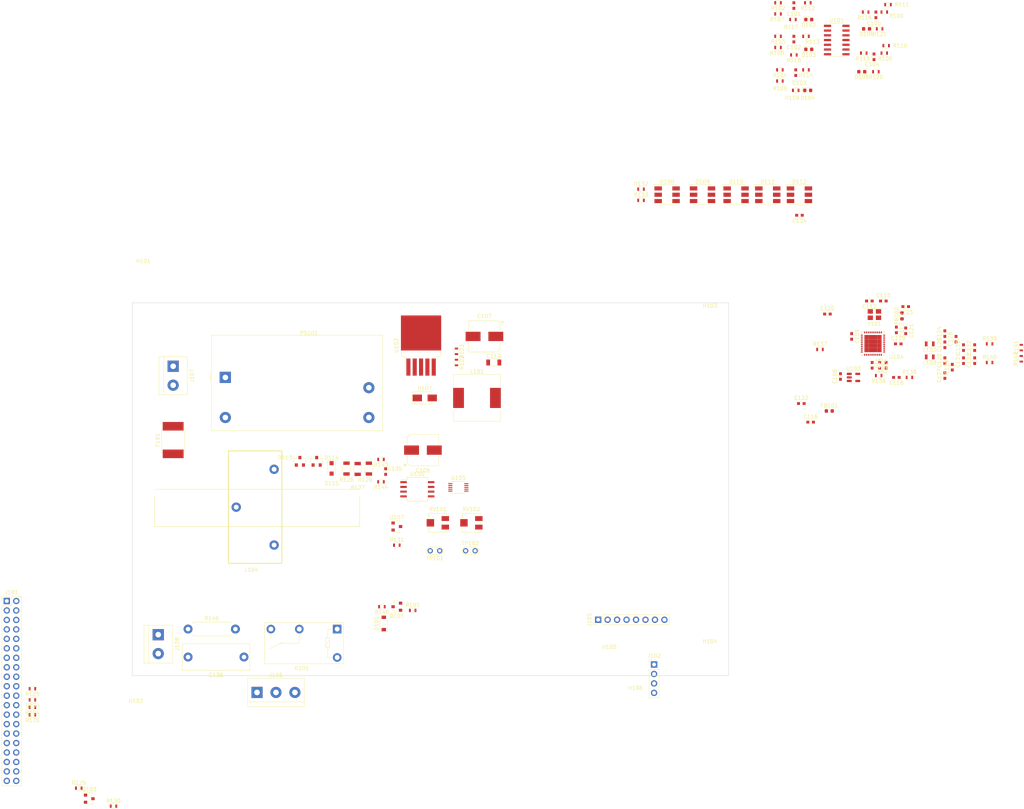
<source format=kicad_pcb>
(kicad_pcb (version 20171130) (host pcbnew "(5.1.2-1)-1")
  (layers (0 F.Cu signal) (31 B.Cu signal) (34 B.Paste user) (35 F.Paste user) (36 B.SilkS user) (37 F.SilkS user) (38 B.Mask user) (39 F.Mask user) (44 Edge.Cuts user))
  (net 0 "")
  (net 1 "Net-(C101-Pad2)")
  (net 2 GND)
  (net 3 "Net-(C102-Pad2)")
  (net 4 "Net-(C103-Pad2)")
  (net 5 "Net-(C104-Pad2)")
  (net 6 "Net-(C105-Pad2)")
  (net 7 +12V)
  (net 8 +5V)
  (net 9 +3.3VA)
  (net 10 "Net-(C111-Pad1)")
  (net 11 "Net-(C112-Pad2)")
  (net 12 "Net-(C113-Pad2)")
  (net 13 "Net-(C116-Pad2)")
  (net 14 "Net-(C117-Pad2)")
  (net 15 "Net-(C118-Pad2)")
  (net 16 "Net-(C118-Pad1)")
  (net 17 "Net-(C119-Pad1)")
  (net 18 "Net-(C124-Pad2)")
  (net 19 "Net-(C124-Pad1)")
  (net 20 "Net-(C126-Pad1)")
  (net 21 "Net-(C127-Pad1)")
  (net 22 "Net-(D101-Pad2)")
  (net 23 "Net-(D102-Pad1)")
  (net 24 "Net-(D103-Pad1)")
  (net 25 "Net-(D104-Pad1)")
  (net 26 "Net-(D105-Pad1)")
  (net 27 "Net-(D106-Pad1)")
  (net 28 "Net-(D107-Pad1)")
  (net 29 "Net-(D108-Pad2)")
  (net 30 +3V3)
  (net 31 /RELAY)
  (net 32 /MOSI)
  (net 33 /MISO)
  (net 34 /SCK)
  (net 35 /*CE0)
  (net 36 /BUZZER)
  (net 37 /APA102_DATA)
  (net 38 /APA102_CLK)
  (net 39 "Net-(L102-Pad2)")
  (net 40 "Net-(L103-Pad2)")
  (net 41 "Net-(Q101-Pad1)")
  (net 42 "Net-(Q103-Pad1)")
  (net 43 "Net-(R112-Pad1)")
  (net 44 "Net-(R113-Pad1)")
  (net 45 "Net-(R114-Pad1)")
  (net 46 "Net-(R115-Pad1)")
  (net 47 "Net-(R116-Pad1)")
  (net 48 "Net-(R122-Pad1)")
  (net 49 "Net-(R136-Pad2)")
  (net 50 "Net-(R139-Pad1)")
  (net 51 "Net-(R140-Pad2)")
  (net 52 "Net-(D108-Pad1)")
  (net 53 "Net-(D108-Pad6)")
  (net 54 "Net-(D108-Pad5)")
  (net 55 "Net-(D109-Pad6)")
  (net 56 "Net-(D109-Pad5)")
  (net 57 "Net-(D110-Pad6)")
  (net 58 "Net-(D110-Pad5)")
  (net 59 "Net-(D111-Pad6)")
  (net 60 "Net-(D111-Pad5)")
  (net 61 "Net-(C135-Pad2)")
  (net 62 "Net-(C136-Pad1)")
  (net 63 "Net-(C136-Pad2)")
  (net 64 /SWITCH1)
  (net 65 /SWITCH2)
  (net 66 "Net-(D104-Pad2)")
  (net 67 /*OPERATING)
  (net 68 /*STANDBY)
  (net 69 "Net-(D113-Pad2)")
  (net 70 "Net-(D113-Pad1)")
  (net 71 "Net-(F101-Pad2)")
  (net 72 /I2C_SDA)
  (net 73 /I2C_SCL)
  (net 74 "Net-(J105-Pad5)")
  (net 75 "Net-(J105-Pad6)")
  (net 76 "Net-(J105-Pad7)")
  (net 77 "Net-(J105-Pad8)")
  (net 78 "Net-(J106-Pad2)")
  (net 79 "Net-(J108-Pad1)")
  (net 80 /SWITCH1_IN)
  (net 81 /SWITCH2_IN)
  (net 82 "Net-(R104-Pad2)")
  (net 83 /OPERATING)
  (net 84 /STANDBY)
  (net 85 "Net-(R131-Pad1)")
  (net 86 "Net-(RV101-Pad2)")
  (net 87 "Net-(RV102-Pad2)")
  (net 88 "Net-(D113-Pad3)")
  (net 89 "Net-(D114-Pad3)")
  (net 90 "Net-(F101-Pad1)")
  (net 91 "Net-(J107-Pad1)")
  (module Resistors_SMD:R_0603 (layer F.Cu) (at 23.25 160.5 180)
    (fp_text reference R135 (at 0 -1.45) (layer F.SilkS))
    (fp_text value 10)
    (pad 1 smd rect (at -0.75 0 180) (size 0.5 0.9) (layers F.Cu F.Paste F.Mask) (net 77 "Net-(J105-Pad8)"))
    (pad 2 smd rect (at 0.75 0 180) (size 0.5 0.9) (layers F.Cu F.Paste F.Mask) (net 34 /SCK))
  )
  (module Resistors_SMD:R_0603 (layer F.Cu) (at 23.25 156.5 180)
    (fp_text reference R134 (at 0 -1.45) (layer F.SilkS))
    (fp_text value 10)
    (pad 1 smd rect (at -0.75 0 180) (size 0.5 0.9) (layers F.Cu F.Paste F.Mask) (net 76 "Net-(J105-Pad7)"))
    (pad 2 smd rect (at 0.75 0 180) (size 0.5 0.9) (layers F.Cu F.Paste F.Mask) (net 33 /MISO))
  )
  (module Resistors_SMD:R_0603 (layer F.Cu) (at 23.25 153.5 180)
    (fp_text reference R125 (at 0 -1.45) (layer F.SilkS))
    (fp_text value 10)
    (pad 1 smd rect (at -0.75 0 180) (size 0.5 0.9) (layers F.Cu F.Paste F.Mask) (net 75 "Net-(J105-Pad6)"))
    (pad 2 smd rect (at 0.75 0 180) (size 0.5 0.9) (layers F.Cu F.Paste F.Mask) (net 32 /MOSI))
  )
  (module Resistors_SMD:R_0603 (layer F.Cu) (at 23.25 158.5 180)
    (fp_text reference R124 (at 0 -1.45) (layer F.SilkS))
    (fp_text value 10)
    (pad 1 smd rect (at -0.75 0 180) (size 0.5 0.9) (layers F.Cu F.Paste F.Mask) (net 74 "Net-(J105-Pad5)"))
    (pad 2 smd rect (at 0.75 0 180) (size 0.5 0.9) (layers F.Cu F.Paste F.Mask) (net 35 /*CE0))
  )
  (module Converter_ACDC:Converter_ACDC_MeanWell_IRM-10-xx_THT (layer F.Cu) (at 75 70)
    (fp_text reference PS101 (at 22.42 -11.88) (layer F.SilkS))
    (fp_text value IRM-10-12)
    (pad 1 thru_hole rect (at 0 0) (size 3 3) (drill 1.5) (layers *.Cu *.Mask) (net 91 "Net-(J107-Pad1)"))
    (pad 4 thru_hole circle (at 38.5 2.75) (size 3 3) (drill 1.5) (layers *.Cu *.Mask) (net 7 +12V))
    (pad 2 thru_hole circle (at 0 10.75) (size 3 3) (drill 1.5) (layers *.Cu *.Mask) (net 90 "Net-(F101-Pad1)"))
    (pad 3 thru_hole circle (at 38.5 10.75) (size 3 3) (drill 1.5) (layers *.Cu *.Mask) (net 2 GND))
  )
  (module AC1030:AC1030 (layer F.Cu) (at 83 104.8 90)
    (fp_text reference L104 (at -16.8 -1 180) (layer F.SilkS))
    (fp_text value AC1030)
    (pad 3 thru_hole circle (at 0 -5.08 90) (size 2.5 2.5) (drill 1.3) (layers *.Cu *.Mask))
    (pad 2 thru_hole circle (at 10.16 5.08 90) (size 2.5 2.5) (drill 1.3) (layers *.Cu *.Mask) (net 89 "Net-(D114-Pad3)"))
    (pad 1 thru_hole circle (at -10.16 5.08 90) (size 2.5 2.5) (drill 1.3) (layers *.Cu *.Mask) (net 88 "Net-(D113-Pad3)"))
  )
  (module Measurement_Points:Test_Point (layer F.Cu) (at 139.46 116.5)
    (fp_text reference TP102 (at 1.27 -2) (layer F.SilkS))
    (fp_text value TestPoint)
    (pad 1 thru_hole circle (at 0 0) (size 1.4 1.4) (drill 0.8128) (layers *.Cu *.Mask) (net 87 "Net-(RV102-Pad2)"))
    (pad 1 thru_hole circle (at 2.54 0) (size 1.4 1.4) (drill 0.8128) (layers *.Cu *.Mask) (net 87 "Net-(RV102-Pad2)"))
  )
  (module Measurement_Points:Test_Point (layer F.Cu) (at 132.5 116.5 180)
    (fp_text reference TP101 (at 1.27 -2) (layer F.SilkS))
    (fp_text value TestPoint)
    (pad 1 thru_hole circle (at 0 0 180) (size 1.4 1.4) (drill 0.8128) (layers *.Cu *.Mask) (net 86 "Net-(RV101-Pad2)"))
    (pad 1 thru_hole circle (at 2.54 0 180) (size 1.4 1.4) (drill 0.8128) (layers *.Cu *.Mask) (net 86 "Net-(RV101-Pad2)"))
  )
  (module Resistors_SMD:R_0603 (layer F.Cu) (at 117 131.5 180)
    (fp_text reference R146 (at 0 -1.45) (layer F.SilkS))
    (fp_text value DNI)
    (pad 1 smd rect (at -0.75 0 180) (size 0.5 0.9) (layers F.Cu F.Paste F.Mask) (net 78 "Net-(J106-Pad2)"))
    (pad 2 smd rect (at 0.75 0 180) (size 0.5 0.9) (layers F.Cu F.Paste F.Mask) (net 22 "Net-(D101-Pad2)"))
  )
  (module Relay_THT:Relay_SPST_Omron-G5Q-1A (layer F.Cu) (at 105 137.5 180)
    (fp_text reference K101 (at 9.5 -10.5 180) (layer F.SilkS))
    (fp_text value G5Q-1A)
    (pad 5 thru_hole circle (at 0 -7.62) (size 2.3 2.3) (drill 1.3) (layers *.Cu *.Mask) (net 7 +12V))
    (pad 3 thru_hole circle (at 17.78 0) (size 2.3 2.3) (drill 1.3) (layers *.Cu *.Mask) (net 79 "Net-(J108-Pad1)"))
    (pad 2 thru_hole circle (at 10.16 0) (size 2.3 2.3) (drill 1.3) (layers *.Cu *.Mask) (net 63 "Net-(C136-Pad2)"))
    (pad 1 thru_hole rect (at 0 0) (size 2.3 2.3) (drill 1.3) (layers *.Cu *.Mask) (net 22 "Net-(D101-Pad2)"))
  )
  (module Package_TO_SOT_SMD:SOT-23 (layer F.Cu) (at 121 110)
    (fp_text reference U107 (at 0 -2.5) (layer F.SilkS))
    (fp_text value TL431DBZ)
    (pad 3 smd rect (at 1 0) (size 0.9 0.8) (layers F.Cu F.Paste F.Mask) (net 2 GND))
    (pad 2 smd rect (at -1 0.95) (size 0.9 0.8) (layers F.Cu F.Paste F.Mask) (net 85 "Net-(R131-Pad1)"))
    (pad 1 smd rect (at -1 -0.95) (size 0.9 0.8) (layers F.Cu F.Paste F.Mask) (net 85 "Net-(R131-Pad1)"))
  )
  (module Housings_SOIC:SO-8_5.3x6.2mm_Pitch1.27mm (layer F.Cu) (at 126.5 100)
    (fp_text reference U106 (at 0 -4.13) (layer F.SilkS))
    (fp_text value LM393)
    (pad 1 smd rect (at -3.7 -1.905) (size 1.75 0.55) (layers F.Cu F.Paste F.Mask) (net 83 /OPERATING))
    (pad 2 smd rect (at -3.7 -0.635) (size 1.75 0.55) (layers F.Cu F.Paste F.Mask) (net 86 "Net-(RV101-Pad2)"))
    (pad 3 smd rect (at -3.7 0.635) (size 1.75 0.55) (layers F.Cu F.Paste F.Mask) (net 61 "Net-(C135-Pad2)"))
    (pad 4 smd rect (at -3.7 1.905) (size 1.75 0.55) (layers F.Cu F.Paste F.Mask) (net 2 GND))
    (pad 5 smd rect (at 3.7 1.905) (size 1.75 0.55) (layers F.Cu F.Paste F.Mask) (net 61 "Net-(C135-Pad2)"))
    (pad 6 smd rect (at 3.7 0.635) (size 1.75 0.55) (layers F.Cu F.Paste F.Mask) (net 87 "Net-(RV102-Pad2)"))
    (pad 7 smd rect (at 3.7 -0.635) (size 1.75 0.55) (layers F.Cu F.Paste F.Mask) (net 84 /STANDBY))
    (pad 8 smd rect (at 3.7 -1.905) (size 1.75 0.55) (layers F.Cu F.Paste F.Mask) (net 8 +5V))
  )
  (module Package_SO:TSSOP-10_3x3mm_P0.5mm (layer F.Cu) (at 137.5 99.5)
    (fp_text reference U105 (at 0 -2.55) (layer F.SilkS))
    (fp_text value ADS1115IDGS)
    (pad 10 smd rect (at 2.15 -1) (size 1.1 0.25) (layers F.Cu F.Paste F.Mask) (net 73 /I2C_SCL))
    (pad 9 smd rect (at 2.15 -0.5) (size 1.1 0.25) (layers F.Cu F.Paste F.Mask) (net 72 /I2C_SDA))
    (pad 8 smd rect (at 2.15 0) (size 1.1 0.25) (layers F.Cu F.Paste F.Mask) (net 30 +3V3))
    (pad 7 smd rect (at 2.15 0.5) (size 1.1 0.25) (layers F.Cu F.Paste F.Mask))
    (pad 6 smd rect (at 2.15 1) (size 1.1 0.25) (layers F.Cu F.Paste F.Mask))
    (pad 5 smd rect (at -2.15 1) (size 1.1 0.25) (layers F.Cu F.Paste F.Mask))
    (pad 4 smd rect (at -2.15 0.5) (size 1.1 0.25) (layers F.Cu F.Paste F.Mask) (net 61 "Net-(C135-Pad2)"))
    (pad 3 smd rect (at -2.15 0) (size 1.1 0.25) (layers F.Cu F.Paste F.Mask) (net 2 GND))
    (pad 2 smd rect (at -2.15 -0.5) (size 1.1 0.25) (layers F.Cu F.Paste F.Mask))
    (pad 1 smd rect (at -2.15 -1) (size 1.1 0.25) (layers F.Cu F.Paste F.Mask) (net 2 GND))
  )
  (module Potentiometer_SMD:Potentiometer_Bourns_3214J_Horizontal (layer F.Cu) (at 141 109)
    (fp_text reference RV102 (at 0 -3.65) (layer F.SilkS))
    (fp_text value 20k)
    (pad 3 smd rect (at 2 1.15) (size 2 1.3) (layers F.Cu F.Paste F.Mask) (net 2 GND))
    (pad 2 smd rect (at -2 0) (size 2 2) (layers F.Cu F.Paste F.Mask) (net 87 "Net-(RV102-Pad2)"))
    (pad 1 smd rect (at 2 -1.15) (size 2 1.3) (layers F.Cu F.Paste F.Mask) (net 85 "Net-(R131-Pad1)"))
  )
  (module Potentiometer_SMD:Potentiometer_Bourns_3214J_Horizontal (layer F.Cu) (at 132 109)
    (fp_text reference RV101 (at 0 -3.65) (layer F.SilkS))
    (fp_text value 20k)
    (pad 3 smd rect (at 2 1.15) (size 2 1.3) (layers F.Cu F.Paste F.Mask) (net 2 GND))
    (pad 2 smd rect (at -2 0) (size 2 2) (layers F.Cu F.Paste F.Mask) (net 86 "Net-(RV101-Pad2)"))
    (pad 1 smd rect (at 2 -1.15) (size 2 1.3) (layers F.Cu F.Paste F.Mask) (net 85 "Net-(R131-Pad1)"))
  )
  (module Resistors_ThroughHole:R_Axial_DIN0411_L9.9mm_D3.6mm_P12.70mm_Horizontal (layer F.Cu) (at 65 137.5)
    (fp_text reference R145 (at 6.35 -2.86) (layer F.SilkS))
    (fp_text value "100Ω 630V 1W")
    (pad 1 thru_hole circle (at 0 0) (size 2.4 2.4) (drill 1.2) (layers *.Cu *.Mask) (net 79 "Net-(J108-Pad1)"))
    (pad 2 thru_hole oval (at 12.7 0) (size 2.4 2.4) (drill 1.2) (layers *.Cu *.Mask) (net 62 "Net-(C136-Pad1)"))
  )
  (module Resistors_SMD:R_0603 (layer F.Cu) (at 116.75 98 180)
    (fp_text reference R144 (at 0 -1.45) (layer F.SilkS))
    (fp_text value 4k7)
    (pad 1 smd rect (at -0.75 0 180) (size 0.5 0.9) (layers F.Cu F.Paste F.Mask) (net 2 GND))
    (pad 2 smd rect (at 0.75 0 180) (size 0.5 0.9) (layers F.Cu F.Paste F.Mask) (net 70 "Net-(D113-Pad1)"))
  )
  (module Resistors_SMD:R_0603 (layer F.Cu) (at 116.75 92 180)
    (fp_text reference R143 (at 0 -1.45) (layer F.SilkS))
    (fp_text value 4k7)
    (pad 1 smd rect (at -0.75 0 180) (size 0.5 0.9) (layers F.Cu F.Paste F.Mask) (net 61 "Net-(C135-Pad2)"))
    (pad 2 smd rect (at 0.75 0 180) (size 0.5 0.9) (layers F.Cu F.Paste F.Mask) (net 69 "Net-(D113-Pad2)"))
  )
  (module Resistors_SMD:R_0603 (layer F.Cu) (at 121 115)
    (fp_text reference R131 (at 0 -1.45) (layer F.SilkS))
    (fp_text value 2k2)
    (pad 1 smd rect (at -0.75 0) (size 0.5 0.9) (layers F.Cu F.Paste F.Mask) (net 85 "Net-(R131-Pad1)"))
    (pad 2 smd rect (at 0.75 0) (size 0.5 0.9) (layers F.Cu F.Paste F.Mask) (net 8 +5V))
  )
  (module Resistors_SMD:R_1206 (layer F.Cu) (at 113.5 94.45 90)
    (fp_text reference R128 (at -3 -1 180) (layer F.SilkS))
    (fp_text value 200)
    (pad 1 smd rect (at -1.45 0 90) (size 0.9 1.7) (layers F.Cu F.Paste F.Mask) (net 70 "Net-(D113-Pad1)"))
    (pad 2 smd rect (at 1.45 0 90) (size 0.9 1.7) (layers F.Cu F.Paste F.Mask) (net 69 "Net-(D113-Pad2)"))
  )
  (module Resistors_SMD:R_1206 (layer F.Cu) (at 110.5 94.55 90)
    (fp_text reference R127 (at -5 0 180) (layer F.SilkS))
    (fp_text value 200)
    (pad 1 smd rect (at -1.45 0 90) (size 0.9 1.7) (layers F.Cu F.Paste F.Mask) (net 70 "Net-(D113-Pad1)"))
    (pad 2 smd rect (at 1.45 0 90) (size 0.9 1.7) (layers F.Cu F.Paste F.Mask) (net 69 "Net-(D113-Pad2)"))
  )
  (module Resistors_SMD:R_1206 (layer F.Cu) (at 107.5 94.45 90)
    (fp_text reference R126 (at -3 0 180) (layer F.SilkS))
    (fp_text value 200)
    (pad 1 smd rect (at -1.45 0 90) (size 0.9 1.7) (layers F.Cu F.Paste F.Mask) (net 70 "Net-(D113-Pad1)"))
    (pad 2 smd rect (at 1.45 0 90) (size 0.9 1.7) (layers F.Cu F.Paste F.Mask) (net 69 "Net-(D113-Pad2)"))
  )
  (module Terminal_Blocks:TerminalBlock_bornier-2_P5.08mm (layer F.Cu) (at 57 139 270)
    (fp_text reference J108 (at 2.54 -5.08 90) (layer F.SilkS))
    (fp_text value Screw_Terminal_01x02)
    (pad 1 thru_hole rect (at 0 0 270) (size 3 3) (drill 1.52) (layers *.Cu *.Mask) (net 79 "Net-(J108-Pad1)"))
    (pad 2 thru_hole circle (at 5.08 0 270) (size 3 3) (drill 1.52) (layers *.Cu *.Mask) (net 63 "Net-(C136-Pad2)"))
  )
  (module Terminal_Blocks:TerminalBlock_bornier-2_P5.08mm (layer F.Cu) (at 61 67 270)
    (fp_text reference J107 (at 2.54 -5.08 90) (layer F.SilkS))
    (fp_text value Screw_Terminal_01x02)
    (pad 1 thru_hole rect (at 0 0 270) (size 3 3) (drill 1.52) (layers *.Cu *.Mask) (net 91 "Net-(J107-Pad1)"))
    (pad 2 thru_hole circle (at 5.08 0 270) (size 3 3) (drill 1.52) (layers *.Cu *.Mask) (net 71 "Net-(F101-Pad2)"))
  )
  (module Terminal_Blocks:TerminalBlock_bornier-3_P5.08mm (layer F.Cu) (at 83.5 154.5)
    (fp_text reference J106 (at 5.05 -4.65) (layer F.SilkS))
    (fp_text value Screw_Terminal_01x03)
    (pad 1 thru_hole rect (at 0 0) (size 3 3) (drill 1.52) (layers *.Cu *.Mask) (net 22 "Net-(D101-Pad2)"))
    (pad 2 thru_hole circle (at 5.08 0) (size 3 3) (drill 1.52) (layers *.Cu *.Mask) (net 78 "Net-(J106-Pad2)"))
    (pad 3 thru_hole circle (at 10.16 0) (size 3 3) (drill 1.52) (layers *.Cu *.Mask) (net 2 GND))
  )
  (module Pin_Headers:Pin_Header_Straight_1x08_Pitch2.54mm (layer F.Cu) (at 175 135 90)
    (fp_text reference J105 (at 0 -2.33 90) (layer F.SilkS))
    (fp_text value Conn_01x08)
    (pad 1 thru_hole rect (at 0 0 90) (size 1.7 1.7) (drill 1) (layers *.Cu *.Mask))
    (pad 2 thru_hole oval (at 0 2.54 90) (size 1.7 1.7) (drill 1) (layers *.Cu *.Mask))
    (pad 3 thru_hole oval (at 0 5.08 90) (size 1.7 1.7) (drill 1) (layers *.Cu *.Mask) (net 2 GND))
    (pad 4 thru_hole oval (at 0 7.62 90) (size 1.7 1.7) (drill 1) (layers *.Cu *.Mask) (net 30 +3V3))
    (pad 5 thru_hole oval (at 0 10.16 90) (size 1.7 1.7) (drill 1) (layers *.Cu *.Mask) (net 74 "Net-(J105-Pad5)"))
    (pad 6 thru_hole oval (at 0 12.7 90) (size 1.7 1.7) (drill 1) (layers *.Cu *.Mask) (net 75 "Net-(J105-Pad6)"))
    (pad 7 thru_hole oval (at 0 15.24 90) (size 1.7 1.7) (drill 1) (layers *.Cu *.Mask) (net 76 "Net-(J105-Pad7)"))
    (pad 8 thru_hole oval (at 0 17.78 90) (size 1.7 1.7) (drill 1) (layers *.Cu *.Mask) (net 77 "Net-(J105-Pad8)"))
  )
  (module Pin_Headers:Pin_Header_Straight_1x04_Pitch2.54mm (layer F.Cu) (at 190 147)
    (fp_text reference J102 (at 0 -2.33) (layer F.SilkS))
    (fp_text value Conn_01x04)
    (pad 1 thru_hole rect (at 0 0) (size 1.7 1.7) (drill 1) (layers *.Cu *.Mask))
    (pad 2 thru_hole oval (at 0 2.54) (size 1.7 1.7) (drill 1) (layers *.Cu *.Mask))
    (pad 3 thru_hole oval (at 0 5.08) (size 1.7 1.7) (drill 1) (layers *.Cu *.Mask))
    (pad 4 thru_hole oval (at 0 7.62) (size 1.7 1.7) (drill 1) (layers *.Cu *.Mask))
  )
  (module Mounting_Holes:MountingHole_2.7mm_M2.5 (layer F.Cu) (at 185 157)
    (fp_text reference H106 (at 0 -3.7) (layer F.SilkS))
    (fp_text value MountingHole)
    (pad 1 np_thru_hole circle (at 0 0) (size 2.7 2.7) (drill 2.7) (layers *.Cu *.Mask))
  )
  (module Mounting_Holes:MountingHole_2.7mm_M2.5 (layer F.Cu) (at 178 146)
    (fp_text reference H105 (at 0 -3.7) (layer F.SilkS))
    (fp_text value MountingHole)
    (pad 1 np_thru_hole circle (at 0 0) (size 2.7 2.7) (drill 2.7) (layers *.Cu *.Mask))
  )
  (module Fuse_Holders_and_Fuses:Fuse_SMD2920 (layer F.Cu) (at 61 86.8 90)
    (fp_text reference F101 (at 0 -4.13 90) (layer F.SilkS))
    (fp_text value Fuse)
    (pad 1 smd rect (at -3.7 0 180) (size 5.6 2.3) (layers F.Cu F.Paste F.Mask) (net 90 "Net-(F101-Pad1)"))
    (pad 2 smd rect (at 3.7 0 180) (size 5.6 2.3) (layers F.Cu F.Paste F.Mask) (net 71 "Net-(F101-Pad2)"))
  )
  (module Diodes_SMD:D_SOD-123F (layer F.Cu) (at 103.5 94.4 270)
    (fp_text reference D115 (at 4 0 180) (layer F.SilkS))
    (fp_text value "2.2V KDZVTR2.2B")
    (pad 1 smd rect (at -1.4 0 270) (size 1.1 1.1) (layers F.Cu F.Paste F.Mask) (net 69 "Net-(D113-Pad2)"))
    (pad 2 smd rect (at 1.4 0 270) (size 1.1 1.1) (layers F.Cu F.Paste F.Mask) (net 70 "Net-(D113-Pad1)"))
  )
  (module Package_TO_SOT_SMD:SOT-23 (layer F.Cu) (at 99.5 92.5 90)
    (fp_text reference D114 (at 1 4 180) (layer F.SilkS))
    (fp_text value BAT54S)
    (pad 3 smd rect (at 1 0 90) (size 0.9 0.8) (layers F.Cu F.Paste F.Mask) (net 89 "Net-(D114-Pad3)"))
    (pad 2 smd rect (at -1 0.95 90) (size 0.9 0.8) (layers F.Cu F.Paste F.Mask) (net 69 "Net-(D113-Pad2)"))
    (pad 1 smd rect (at -1 -0.95 90) (size 0.9 0.8) (layers F.Cu F.Paste F.Mask) (net 70 "Net-(D113-Pad1)"))
  )
  (module Package_TO_SOT_SMD:SOT-23 (layer F.Cu) (at 95 92.5 90)
    (fp_text reference D113 (at 1 -4) (layer F.SilkS))
    (fp_text value BAT54S)
    (pad 3 smd rect (at 1 0 90) (size 0.9 0.8) (layers F.Cu F.Paste F.Mask) (net 88 "Net-(D113-Pad3)"))
    (pad 2 smd rect (at -1 0.95 90) (size 0.9 0.8) (layers F.Cu F.Paste F.Mask) (net 69 "Net-(D113-Pad2)"))
    (pad 1 smd rect (at -1 -0.95 90) (size 0.9 0.8) (layers F.Cu F.Paste F.Mask) (net 70 "Net-(D113-Pad1)"))
  )
  (module Capacitors_ThroughHole:C_Rect_L18.0mm_W7.0mm_P15.00mm_FKS3_FKP3 (layer F.Cu) (at 80 145 180)
    (fp_text reference C136 (at 7.5 -4.81) (layer F.SilkS))
    (fp_text value "100n/760V X1")
    (pad 1 thru_hole circle (at 0 0 180) (size 2.4 2.4) (drill 1.2) (layers *.Cu *.Mask) (net 62 "Net-(C136-Pad1)"))
    (pad 2 thru_hole circle (at 15 0 180) (size 2.4 2.4) (drill 1.2) (layers *.Cu *.Mask) (net 63 "Net-(C136-Pad2)"))
  )
  (module Capacitors_SMD:C_0603 (layer F.Cu) (at 118 95.25 90)
    (fp_text reference C135 (at 0.75 2.5) (layer F.SilkS))
    (fp_text value 10u)
    (pad 2 smd rect (at 0.75 0 90) (size 0.8 0.75) (layers F.Cu F.Paste F.Mask) (net 61 "Net-(C135-Pad2)"))
    (pad 1 smd rect (at -0.75 0 90) (size 0.8 0.75) (layers F.Cu F.Paste F.Mask) (net 2 GND))
  )
  (module Capacitors_SMD:C_0603 (layer F.Cu) (at 229 26.5 180)
    (fp_text reference C134 (at 0 -1.5) (layer F.SilkS))
    (fp_text value 10u)
    (pad 2 smd rect (at 0.75 0 180) (size 0.8 0.75) (layers F.Cu F.Paste F.Mask) (net 2 GND))
    (pad 1 smd rect (at -0.75 0 180) (size 0.8 0.75) (layers F.Cu F.Paste F.Mask) (net 8 +5V))
  )
  (module LED_SMD:LED_RGB_5050-6 (layer F.Cu) (at 229 21)
    (fp_text reference D112 (at 0 -3.5 180) (layer F.SilkS))
    (fp_text value APA102)
    (pad 6 smd rect (at 2.4 -1.7 90) (size 1.1 2) (layers F.Cu F.Paste F.Mask))
    (pad 5 smd rect (at 2.4 0 90) (size 1.1 2) (layers F.Cu F.Paste F.Mask))
    (pad 4 smd rect (at 2.4 1.7 90) (size 1.1 2) (layers F.Cu F.Paste F.Mask) (net 8 +5V))
    (pad 3 smd rect (at -2.4 1.7 90) (size 1.1 2) (layers F.Cu F.Paste F.Mask) (net 2 GND))
    (pad 2 smd rect (at -2.4 0 90) (size 1.1 2) (layers F.Cu F.Paste F.Mask) (net 60 "Net-(D111-Pad5)"))
    (pad 1 smd rect (at -2.4 -1.7 90) (size 1.1 2) (layers F.Cu F.Paste F.Mask) (net 59 "Net-(D111-Pad6)"))
  )
  (module LED_SMD:LED_RGB_5050-6 (layer F.Cu) (at 220.5 21)
    (fp_text reference D111 (at 0 -3.5 180) (layer F.SilkS))
    (fp_text value APA102)
    (pad 6 smd rect (at 2.4 -1.7 90) (size 1.1 2) (layers F.Cu F.Paste F.Mask) (net 59 "Net-(D111-Pad6)"))
    (pad 5 smd rect (at 2.4 0 90) (size 1.1 2) (layers F.Cu F.Paste F.Mask) (net 60 "Net-(D111-Pad5)"))
    (pad 4 smd rect (at 2.4 1.7 90) (size 1.1 2) (layers F.Cu F.Paste F.Mask) (net 8 +5V))
    (pad 3 smd rect (at -2.4 1.7 90) (size 1.1 2) (layers F.Cu F.Paste F.Mask) (net 2 GND))
    (pad 2 smd rect (at -2.4 0 90) (size 1.1 2) (layers F.Cu F.Paste F.Mask) (net 58 "Net-(D110-Pad5)"))
    (pad 1 smd rect (at -2.4 -1.7 90) (size 1.1 2) (layers F.Cu F.Paste F.Mask) (net 57 "Net-(D110-Pad6)"))
  )
  (module LED_SMD:LED_RGB_5050-6 (layer F.Cu) (at 212 21)
    (fp_text reference D110 (at 0 -3.5 180) (layer F.SilkS))
    (fp_text value APA102)
    (pad 6 smd rect (at 2.4 -1.7 90) (size 1.1 2) (layers F.Cu F.Paste F.Mask) (net 57 "Net-(D110-Pad6)"))
    (pad 5 smd rect (at 2.4 0 90) (size 1.1 2) (layers F.Cu F.Paste F.Mask) (net 58 "Net-(D110-Pad5)"))
    (pad 4 smd rect (at 2.4 1.7 90) (size 1.1 2) (layers F.Cu F.Paste F.Mask) (net 8 +5V))
    (pad 3 smd rect (at -2.4 1.7 90) (size 1.1 2) (layers F.Cu F.Paste F.Mask) (net 2 GND))
    (pad 2 smd rect (at -2.4 0 90) (size 1.1 2) (layers F.Cu F.Paste F.Mask) (net 56 "Net-(D109-Pad5)"))
    (pad 1 smd rect (at -2.4 -1.7 90) (size 1.1 2) (layers F.Cu F.Paste F.Mask) (net 55 "Net-(D109-Pad6)"))
  )
  (module LED_SMD:LED_RGB_5050-6 (layer F.Cu) (at 203 21)
    (fp_text reference D109 (at 0 -3.5 180) (layer F.SilkS))
    (fp_text value APA102)
    (pad 6 smd rect (at 2.4 -1.7 90) (size 1.1 2) (layers F.Cu F.Paste F.Mask) (net 55 "Net-(D109-Pad6)"))
    (pad 5 smd rect (at 2.4 0 90) (size 1.1 2) (layers F.Cu F.Paste F.Mask) (net 56 "Net-(D109-Pad5)"))
    (pad 4 smd rect (at 2.4 1.7 90) (size 1.1 2) (layers F.Cu F.Paste F.Mask) (net 8 +5V))
    (pad 3 smd rect (at -2.4 1.7 90) (size 1.1 2) (layers F.Cu F.Paste F.Mask) (net 2 GND))
    (pad 2 smd rect (at -2.4 0 90) (size 1.1 2) (layers F.Cu F.Paste F.Mask) (net 54 "Net-(D108-Pad5)"))
    (pad 1 smd rect (at -2.4 -1.7 90) (size 1.1 2) (layers F.Cu F.Paste F.Mask) (net 53 "Net-(D108-Pad6)"))
  )
  (module LED_SMD:LED_RGB_5050-6 (layer F.Cu) (at 193.5 21)
    (fp_text reference D108 (at 0 -3.5 180) (layer F.SilkS))
    (fp_text value APA102)
    (pad 6 smd rect (at 2.4 -1.7 90) (size 1.1 2) (layers F.Cu F.Paste F.Mask) (net 53 "Net-(D108-Pad6)"))
    (pad 5 smd rect (at 2.4 0 90) (size 1.1 2) (layers F.Cu F.Paste F.Mask) (net 54 "Net-(D108-Pad5)"))
    (pad 4 smd rect (at 2.4 1.7 90) (size 1.1 2) (layers F.Cu F.Paste F.Mask) (net 8 +5V))
    (pad 3 smd rect (at -2.4 1.7 90) (size 1.1 2) (layers F.Cu F.Paste F.Mask) (net 2 GND))
    (pad 2 smd rect (at -2.4 0 90) (size 1.1 2) (layers F.Cu F.Paste F.Mask) (net 29 "Net-(D108-Pad2)"))
    (pad 1 smd rect (at -2.4 -1.7 90) (size 1.1 2) (layers F.Cu F.Paste F.Mask) (net 52 "Net-(D108-Pad1)"))
  )
  (module Inductor_SMD:L_0603_1608Metric (layer F.Cu) (at 256.5 53.5 90)
    (fp_text reference FB102 (at 0 -1.43 90) (layer F.SilkS))
    (fp_text value Ferrite_Bead)
    (pad 2 smd roundrect (at 0.7875 0 90) (size 0.875 0.95) (layers F.Cu F.Paste F.Mask) (net 9 +3.3VA))
    (pad 1 smd roundrect (at -0.7875 0 90) (size 0.875 0.95) (layers F.Cu F.Paste F.Mask) (net 14 "Net-(C117-Pad2)"))
  )
  (module Inductor_SMD:L_0603_1608Metric (layer F.Cu) (at 237 79)
    (fp_text reference FB101 (at 0 -1.43) (layer F.SilkS))
    (fp_text value Ferrite_Bead)
    (pad 2 smd roundrect (at 0.7875 0) (size 0.875 0.95) (layers F.Cu F.Paste F.Mask) (net 9 +3.3VA))
    (pad 1 smd roundrect (at -0.7875 0) (size 0.875 0.95) (layers F.Cu F.Paste F.Mask) (net 13 "Net-(C116-Pad2)"))
  )
  (module Crystals:Crystal_SMD_3225-4pin_3.2x2.5mm (layer F.Cu) (at 249.1 53.15 180)
    (fp_text reference Y101 (at 0 -2.45) (layer F.SilkS))
    (fp_text value "27.12 MHz")
    (pad 1 smd rect (at -1.1 0.85 180) (size 1.4 1.2) (layers F.Cu F.Paste F.Mask) (net 12 "Net-(C113-Pad2)"))
    (pad 2 smd rect (at 1.1 0.85 180) (size 1.4 1.2) (layers F.Cu F.Paste F.Mask) (net 11 "Net-(C112-Pad2)"))
    (pad 3 smd rect (at 1.1 -0.85 180) (size 1.4 1.2) (layers F.Cu F.Paste F.Mask))
    (pad 4 smd rect (at -1.1 -0.85 180) (size 1.4 1.2) (layers F.Cu F.Paste F.Mask))
  )
  (module Housings_DFN_QFN:QFN-40-1EP_6x6mm_Pitch0.5mm (layer F.Cu) (at 248.725 60.925 180)
    (fp_text reference U104 (at -6.275 -3.575) (layer F.SilkS))
    (fp_text value PN532)
    (pad 1 smd rect (at -3 -2.25 180) (size 0.5 0.3) (layers F.Cu F.Paste F.Mask) (net 2 GND))
    (pad 2 smd rect (at -3 -1.75 180) (size 0.5 0.3) (layers F.Cu F.Paste F.Mask))
    (pad 3 smd rect (at -3 -1.25 180) (size 0.5 0.3) (layers F.Cu F.Paste F.Mask) (net 2 GND))
    (pad 4 smd rect (at -3 -0.75 180) (size 0.5 0.3) (layers F.Cu F.Paste F.Mask) (net 39 "Net-(L102-Pad2)"))
    (pad 5 smd rect (at -3 -0.25 180) (size 0.5 0.3) (layers F.Cu F.Paste F.Mask) (net 13 "Net-(C116-Pad2)"))
    (pad 6 smd rect (at -3 0.25 180) (size 0.5 0.3) (layers F.Cu F.Paste F.Mask) (net 40 "Net-(L103-Pad2)"))
    (pad 7 smd rect (at -3 0.75 180) (size 0.5 0.3) (layers F.Cu F.Paste F.Mask) (net 2 GND))
    (pad 8 smd rect (at -3 1.25 180) (size 0.5 0.3) (layers F.Cu F.Paste F.Mask) (net 14 "Net-(C117-Pad2)"))
    (pad 9 smd rect (at -3 1.75 180) (size 0.5 0.3) (layers F.Cu F.Paste F.Mask) (net 17 "Net-(C119-Pad1)"))
    (pad 10 smd rect (at -3 2.25 180) (size 0.5 0.3) (layers F.Cu F.Paste F.Mask) (net 15 "Net-(C118-Pad2)"))
    (pad 11 smd rect (at -2.25 3 270) (size 0.5 0.3) (layers F.Cu F.Paste F.Mask) (net 2 GND))
    (pad 12 smd rect (at -1.75 3 270) (size 0.5 0.3) (layers F.Cu F.Paste F.Mask))
    (pad 13 smd rect (at -1.25 3 270) (size 0.5 0.3) (layers F.Cu F.Paste F.Mask))
    (pad 14 smd rect (at -0.75 3 270) (size 0.5 0.3) (layers F.Cu F.Paste F.Mask) (net 12 "Net-(C113-Pad2)"))
    (pad 15 smd rect (at -0.25 3 270) (size 0.5 0.3) (layers F.Cu F.Paste F.Mask) (net 11 "Net-(C112-Pad2)"))
    (pad 16 smd rect (at 0.25 3 270) (size 0.5 0.3) (layers F.Cu F.Paste F.Mask) (net 2 GND))
    (pad 17 smd rect (at 0.75 3 270) (size 0.5 0.3) (layers F.Cu F.Paste F.Mask) (net 9 +3.3VA))
    (pad 18 smd rect (at 1.25 3 270) (size 0.5 0.3) (layers F.Cu F.Paste F.Mask) (net 2 GND))
    (pad 19 smd rect (at 1.75 3 270) (size 0.5 0.3) (layers F.Cu F.Paste F.Mask))
    (pad 20 smd rect (at 2.25 3 270) (size 0.5 0.3) (layers F.Cu F.Paste F.Mask))
    (pad 21 smd rect (at 3 2.25 180) (size 0.5 0.3) (layers F.Cu F.Paste F.Mask))
    (pad 22 smd rect (at 3 1.75 180) (size 0.5 0.3) (layers F.Cu F.Paste F.Mask))
    (pad 23 smd rect (at 3 1.25 180) (size 0.5 0.3) (layers F.Cu F.Paste F.Mask) (net 9 +3.3VA))
    (pad 24 smd rect (at 3 0.75 180) (size 0.5 0.3) (layers F.Cu F.Paste F.Mask))
    (pad 25 smd rect (at 3 0.25 180) (size 0.5 0.3) (layers F.Cu F.Paste F.Mask))
    (pad 26 smd rect (at 3 -0.25 180) (size 0.5 0.3) (layers F.Cu F.Paste F.Mask))
    (pad 27 smd rect (at 3 -0.75 180) (size 0.5 0.3) (layers F.Cu F.Paste F.Mask) (net 74 "Net-(J105-Pad5)"))
    (pad 28 smd rect (at 3 -1.25 180) (size 0.5 0.3) (layers F.Cu F.Paste F.Mask) (net 75 "Net-(J105-Pad6)"))
    (pad 29 smd rect (at 3 -1.75 180) (size 0.5 0.3) (layers F.Cu F.Paste F.Mask) (net 76 "Net-(J105-Pad7)"))
    (pad 30 smd rect (at 3 -2.25 180) (size 0.5 0.3) (layers F.Cu F.Paste F.Mask) (net 77 "Net-(J105-Pad8)"))
    (pad 31 smd rect (at 2.25 -3 270) (size 0.5 0.3) (layers F.Cu F.Paste F.Mask))
    (pad 32 smd rect (at 1.75 -3 270) (size 0.5 0.3) (layers F.Cu F.Paste F.Mask))
    (pad 33 smd rect (at 1.25 -3 270) (size 0.5 0.3) (layers F.Cu F.Paste F.Mask))
    (pad 34 smd rect (at 0.75 -3 270) (size 0.5 0.3) (layers F.Cu F.Paste F.Mask))
    (pad 35 smd rect (at 0.25 -3 270) (size 0.5 0.3) (layers F.Cu F.Paste F.Mask))
    (pad 36 smd rect (at -0.25 -3 270) (size 0.5 0.3) (layers F.Cu F.Paste F.Mask))
    (pad 37 smd rect (at -0.75 -3 270) (size 0.5 0.3) (layers F.Cu F.Paste F.Mask) (net 10 "Net-(C111-Pad1)"))
    (pad 38 smd rect (at -1.25 -3 270) (size 0.5 0.3) (layers F.Cu F.Paste F.Mask) (net 49 "Net-(R136-Pad2)"))
    (pad 39 smd rect (at -1.75 -3 270) (size 0.5 0.3) (layers F.Cu F.Paste F.Mask) (net 9 +3.3VA))
    (pad 40 smd rect (at -2.25 -3 270) (size 0.5 0.3) (layers F.Cu F.Paste F.Mask) (net 9 +3.3VA))
    (pad 41 smd rect (at 1.725 1.725 180) (size 1.15 1.15) (layers F.Cu F.Paste F.Mask) (net 2 GND))
    (pad 41 smd rect (at 1.725 0.575 180) (size 1.15 1.15) (layers F.Cu F.Paste F.Mask) (net 2 GND))
    (pad 41 smd rect (at 1.725 -0.575 180) (size 1.15 1.15) (layers F.Cu F.Paste F.Mask) (net 2 GND))
    (pad 41 smd rect (at 1.725 -1.725 180) (size 1.15 1.15) (layers F.Cu F.Paste F.Mask) (net 2 GND))
    (pad 41 smd rect (at 0.575 1.725 180) (size 1.15 1.15) (layers F.Cu F.Paste F.Mask) (net 2 GND))
    (pad 41 smd rect (at 0.575 0.575 180) (size 1.15 1.15) (layers F.Cu F.Paste F.Mask) (net 2 GND))
    (pad 41 smd rect (at 0.575 -0.575 180) (size 1.15 1.15) (layers F.Cu F.Paste F.Mask) (net 2 GND))
    (pad 41 smd rect (at 0.575 -1.725 180) (size 1.15 1.15) (layers F.Cu F.Paste F.Mask) (net 2 GND))
    (pad 41 smd rect (at -0.575 1.725 180) (size 1.15 1.15) (layers F.Cu F.Paste F.Mask) (net 2 GND))
    (pad 41 smd rect (at -0.575 0.575 180) (size 1.15 1.15) (layers F.Cu F.Paste F.Mask) (net 2 GND))
    (pad 41 smd rect (at -0.575 -0.575 180) (size 1.15 1.15) (layers F.Cu F.Paste F.Mask) (net 2 GND))
    (pad 41 smd rect (at -0.575 -1.725 180) (size 1.15 1.15) (layers F.Cu F.Paste F.Mask) (net 2 GND))
    (pad 41 smd rect (at -1.725 1.725 180) (size 1.15 1.15) (layers F.Cu F.Paste F.Mask) (net 2 GND))
    (pad 41 smd rect (at -1.725 0.575 180) (size 1.15 1.15) (layers F.Cu F.Paste F.Mask) (net 2 GND))
    (pad 41 smd rect (at -1.725 -0.575 180) (size 1.15 1.15) (layers F.Cu F.Paste F.Mask) (net 2 GND))
    (pad 41 smd rect (at -1.725 -1.725 180) (size 1.15 1.15) (layers F.Cu F.Paste F.Mask) (net 2 GND))
  )
  (module Package_TO_SOT_SMD:SOT-23-5 (layer F.Cu) (at 243.5 70)
    (fp_text reference U103 (at 0 -2.4) (layer F.SilkS))
    (fp_text value MIC5205-3.3YM5)
    (pad 5 smd roundrect (at 1.1375 -0.95) (size 1.325 0.6) (layers F.Cu F.Paste F.Mask) (net 9 +3.3VA))
    (pad 4 smd roundrect (at 1.1375 0.95) (size 1.325 0.6) (layers F.Cu F.Paste F.Mask))
    (pad 3 smd roundrect (at -1.1375 0.95) (size 1.325 0.6) (layers F.Cu F.Paste F.Mask) (net 8 +5V))
    (pad 2 smd roundrect (at -1.1375 0) (size 1.325 0.6) (layers F.Cu F.Paste F.Mask) (net 2 GND))
    (pad 1 smd roundrect (at -1.1375 -0.95) (size 1.325 0.6) (layers F.Cu F.Paste F.Mask) (net 8 +5V))
  )
  (module Package_TO_SOT_SMD:TO-263-5_TabPin3 (layer F.Cu) (at 127.5 61.45 90)
    (fp_text reference U102 (at 0 -6.65 90) (layer F.SilkS))
    (fp_text value LM2596S-5.0)
    (pad 3 smd rect (at 3.375 0 90) (size 9.4 10.8) (layers F.Cu F.Mask) (net 2 GND))
    (pad 5 smd rect (at -5.775 3.4 90) (size 4.6 1.1) (layers F.Cu F.Paste F.Mask) (net 2 GND))
    (pad 4 smd rect (at -5.775 1.7 90) (size 4.6 1.1) (layers F.Cu F.Paste F.Mask) (net 48 "Net-(R122-Pad1)"))
    (pad 3 smd rect (at -5.775 0 90) (size 4.6 1.1) (layers F.Cu F.Paste F.Mask) (net 2 GND))
    (pad 2 smd rect (at -5.775 -1.7 90) (size 4.6 1.1) (layers F.Cu F.Paste F.Mask) (net 28 "Net-(D107-Pad1)"))
    (pad 1 smd rect (at -5.775 -3.4 90) (size 4.6 1.1) (layers F.Cu F.Paste F.Mask) (net 7 +12V))
  )
  (module Package_SO:SOIC-14_3.9x8.7mm_P1.27mm (layer F.Cu) (at 239 -20.5)
    (fp_text reference U101 (at 0 -5.28) (layer F.SilkS))
    (fp_text value 74HC14)
    (pad 14 smd roundrect (at 2.475 -3.81) (size 1.95 0.6) (layers F.Cu F.Paste F.Mask) (net 30 +3V3))
    (pad 13 smd roundrect (at 2.475 -2.54) (size 1.95 0.6) (layers F.Cu F.Paste F.Mask) (net 2 GND))
    (pad 12 smd roundrect (at 2.475 -1.27) (size 1.95 0.6) (layers F.Cu F.Paste F.Mask))
    (pad 11 smd roundrect (at 2.475 0) (size 1.95 0.6) (layers F.Cu F.Paste F.Mask) (net 47 "Net-(R116-Pad1)"))
    (pad 10 smd roundrect (at 2.475 1.27) (size 1.95 0.6) (layers F.Cu F.Paste F.Mask) (net 68 /*STANDBY))
    (pad 9 smd roundrect (at 2.475 2.54) (size 1.95 0.6) (layers F.Cu F.Paste F.Mask) (net 46 "Net-(R115-Pad1)"))
    (pad 8 smd roundrect (at 2.475 3.81) (size 1.95 0.6) (layers F.Cu F.Paste F.Mask) (net 67 /*OPERATING))
    (pad 7 smd roundrect (at -2.475 3.81) (size 1.95 0.6) (layers F.Cu F.Paste F.Mask) (net 2 GND))
    (pad 6 smd roundrect (at -2.475 2.54) (size 1.95 0.6) (layers F.Cu F.Paste F.Mask) (net 66 "Net-(D104-Pad2)"))
    (pad 5 smd roundrect (at -2.475 1.27) (size 1.95 0.6) (layers F.Cu F.Paste F.Mask) (net 45 "Net-(R114-Pad1)"))
    (pad 4 smd roundrect (at -2.475 0) (size 1.95 0.6) (layers F.Cu F.Paste F.Mask) (net 65 /SWITCH2))
    (pad 3 smd roundrect (at -2.475 -1.27) (size 1.95 0.6) (layers F.Cu F.Paste F.Mask) (net 44 "Net-(R113-Pad1)"))
    (pad 2 smd roundrect (at -2.475 -2.54) (size 1.95 0.6) (layers F.Cu F.Paste F.Mask) (net 64 /SWITCH1))
    (pad 1 smd roundrect (at -2.475 -3.81) (size 1.95 0.6) (layers F.Cu F.Paste F.Mask) (net 43 "Net-(R112-Pad1)"))
  )
  (module Resistors_SMD:R_0603 (layer F.Cu) (at 288.5 65 90)
    (fp_text reference R142 (at 0 -1.45 90) (layer F.SilkS))
    (fp_text value NC)
    (pad 1 smd rect (at -0.75 0 90) (size 0.5 0.9) (layers F.Cu F.Paste F.Mask) (net 51 "Net-(R140-Pad2)"))
    (pad 2 smd rect (at 0.75 0 90) (size 0.5 0.9) (layers F.Cu F.Paste F.Mask) (net 2 GND))
  )
  (module Resistors_SMD:R_0603 (layer F.Cu) (at 288.5 62 90)
    (fp_text reference R141 (at 0 -1.45 90) (layer F.SilkS))
    (fp_text value NC)
    (pad 1 smd rect (at -0.75 0 90) (size 0.5 0.9) (layers F.Cu F.Paste F.Mask) (net 2 GND))
    (pad 2 smd rect (at 0.75 0 90) (size 0.5 0.9) (layers F.Cu F.Paste F.Mask) (net 50 "Net-(R139-Pad1)"))
  )
  (module Resistors_SMD:R_0603 (layer F.Cu) (at 280 66)
    (fp_text reference R140 (at 0 -1.45) (layer F.SilkS))
    (fp_text value 1R5)
    (pad 1 smd rect (at -0.75 0) (size 0.5 0.9) (layers F.Cu F.Paste F.Mask) (net 21 "Net-(C127-Pad1)"))
    (pad 2 smd rect (at 0.75 0) (size 0.5 0.9) (layers F.Cu F.Paste F.Mask) (net 51 "Net-(R140-Pad2)"))
  )
  (module Resistors_SMD:R_0603 (layer F.Cu) (at 280 61)
    (fp_text reference R139 (at 0 -1.45) (layer F.SilkS))
    (fp_text value 1R5)
    (pad 1 smd rect (at -0.75 0) (size 0.5 0.9) (layers F.Cu F.Paste F.Mask) (net 50 "Net-(R139-Pad1)"))
    (pad 2 smd rect (at 0.75 0) (size 0.5 0.9) (layers F.Cu F.Paste F.Mask) (net 18 "Net-(C124-Pad2)"))
  )
  (module Resistors_SMD:R_0603 (layer F.Cu) (at 258.5 70)
    (fp_text reference R138 (at 0 -1.45) (layer F.SilkS))
    (fp_text value 1k6)
    (pad 1 smd rect (at -0.75 0) (size 0.5 0.9) (layers F.Cu F.Paste F.Mask) (net 16 "Net-(C118-Pad1)"))
    (pad 2 smd rect (at 0.75 0) (size 0.5 0.9) (layers F.Cu F.Paste F.Mask) (net 21 "Net-(C127-Pad1)"))
  )
  (module Resistors_SMD:R_0603 (layer F.Cu) (at 234.5 62.5)
    (fp_text reference R137 (at 0 -1.45) (layer F.SilkS))
    (fp_text value 1k6)
    (pad 1 smd rect (at -0.75 0) (size 0.5 0.9) (layers F.Cu F.Paste F.Mask) (net 17 "Net-(C119-Pad1)"))
    (pad 2 smd rect (at 0.75 0) (size 0.5 0.9) (layers F.Cu F.Paste F.Mask) (net 15 "Net-(C118-Pad2)"))
  )
  (module Resistors_SMD:R_0603 (layer F.Cu) (at 250.25 69.5 180)
    (fp_text reference R136 (at 0 -1.45) (layer F.SilkS))
    (fp_text value 10k)
    (pad 1 smd rect (at -0.75 0 180) (size 0.5 0.9) (layers F.Cu F.Paste F.Mask) (net 9 +3.3VA))
    (pad 2 smd rect (at 0.75 0 180) (size 0.5 0.9) (layers F.Cu F.Paste F.Mask) (net 49 "Net-(R136-Pad2)"))
  )
  (module Resistors_SMD:R_0603 (layer F.Cu) (at 186.5 22.5)
    (fp_text reference R133 (at 0 -1.45) (layer F.SilkS))
    (fp_text value 470R)
    (pad 1 smd rect (at -0.75 0) (size 0.5 0.9) (layers F.Cu F.Paste F.Mask) (net 29 "Net-(D108-Pad2)"))
    (pad 2 smd rect (at 0.75 0) (size 0.5 0.9) (layers F.Cu F.Paste F.Mask) (net 38 /APA102_CLK))
  )
  (module Resistors_SMD:R_0603 (layer F.Cu) (at 186.5 19.5)
    (fp_text reference R132 (at 0 -1.45) (layer F.SilkS))
    (fp_text value 470R)
    (pad 1 smd rect (at -0.75 0) (size 0.5 0.9) (layers F.Cu F.Paste F.Mask) (net 52 "Net-(D108-Pad1)"))
    (pad 2 smd rect (at 0.75 0) (size 0.5 0.9) (layers F.Cu F.Paste F.Mask) (net 37 /APA102_DATA))
  )
  (module Resistors_SMD:R_0603 (layer F.Cu) (at 45 185)
    (fp_text reference R130 (at 0 -1.45) (layer F.SilkS))
    (fp_text value 0R)
    (pad 1 smd rect (at -0.75 0) (size 0.5 0.9) (layers F.Cu F.Paste F.Mask) (net 30 +3V3))
    (pad 2 smd rect (at 0.75 0) (size 0.5 0.9) (layers F.Cu F.Paste F.Mask))
  )
  (module Resistors_SMD:R_0603 (layer F.Cu) (at 35.68 180.175)
    (fp_text reference R129 (at 0 -1.45) (layer F.SilkS))
    (fp_text value 2k21)
    (pad 1 smd rect (at -0.75 0) (size 0.5 0.9) (layers F.Cu F.Paste F.Mask) (net 42 "Net-(Q103-Pad1)"))
    (pad 2 smd rect (at 0.75 0) (size 0.5 0.9) (layers F.Cu F.Paste F.Mask) (net 36 /BUZZER))
  )
  (module Resistors_SMD:R_0603 (layer F.Cu) (at 137 63 270)
    (fp_text reference R123 (at 0 -1.45 90) (layer F.SilkS))
    (fp_text value DNI)
    (pad 1 smd rect (at -0.75 0 270) (size 0.5 0.9) (layers F.Cu F.Paste F.Mask) (net 2 GND))
    (pad 2 smd rect (at 0.75 0 270) (size 0.5 0.9) (layers F.Cu F.Paste F.Mask) (net 48 "Net-(R122-Pad1)"))
  )
  (module Resistors_SMD:R_0603 (layer F.Cu) (at 137 66 270)
    (fp_text reference R122 (at 0 -1.45 90) (layer F.SilkS))
    (fp_text value 10R)
    (pad 1 smd rect (at -0.75 0 270) (size 0.5 0.9) (layers F.Cu F.Paste F.Mask) (net 48 "Net-(R122-Pad1)"))
    (pad 2 smd rect (at 0.75 0 270) (size 0.5 0.9) (layers F.Cu F.Paste F.Mask) (net 8 +5V))
  )
  (module Resistors_SMD:R_0603 (layer F.Cu) (at 250.5 -23.5 180)
    (fp_text reference R121 (at 0 -1.45) (layer F.SilkS))
    (fp_text value 4k7)
    (pad 1 smd rect (at -0.75 0 180) (size 0.5 0.9) (layers F.Cu F.Paste F.Mask) (net 2 GND))
    (pad 2 smd rect (at 0.75 0 180) (size 0.5 0.9) (layers F.Cu F.Paste F.Mask) (net 27 "Net-(D106-Pad1)"))
  )
  (module Resistors_SMD:R_0603 (layer F.Cu) (at 249.5 -12 180)
    (fp_text reference R120 (at 0 -1.45) (layer F.SilkS))
    (fp_text value 4k7)
    (pad 1 smd rect (at -0.75 0 180) (size 0.5 0.9) (layers F.Cu F.Paste F.Mask) (net 2 GND))
    (pad 2 smd rect (at 0.75 0 180) (size 0.5 0.9) (layers F.Cu F.Paste F.Mask) (net 26 "Net-(D105-Pad1)"))
  )
  (module Resistors_SMD:R_0603 (layer F.Cu) (at 228 -7)
    (fp_text reference R119 (at -1 2) (layer F.SilkS))
    (fp_text value 4k7)
    (pad 1 smd rect (at -0.75 0) (size 0.5 0.9) (layers F.Cu F.Paste F.Mask) (net 2 GND))
    (pad 2 smd rect (at 0.75 0) (size 0.5 0.9) (layers F.Cu F.Paste F.Mask) (net 25 "Net-(D104-Pad1)"))
  )
  (module Resistors_SMD:R_0603 (layer F.Cu) (at 227.5 -16.5)
    (fp_text reference R118 (at 0 1.5) (layer F.SilkS))
    (fp_text value 4k7)
    (pad 1 smd rect (at -0.75 0) (size 0.5 0.9) (layers F.Cu F.Paste F.Mask) (net 2 GND))
    (pad 2 smd rect (at 0.75 0) (size 0.5 0.9) (layers F.Cu F.Paste F.Mask) (net 24 "Net-(D103-Pad1)"))
  )
  (module Resistors_SMD:R_0603 (layer F.Cu) (at 227.25 -26)
    (fp_text reference R117 (at -0.5 2) (layer F.SilkS))
    (fp_text value 4k7)
    (pad 1 smd rect (at -0.75 0) (size 0.5 0.9) (layers F.Cu F.Paste F.Mask) (net 2 GND))
    (pad 2 smd rect (at 0.75 0) (size 0.5 0.9) (layers F.Cu F.Paste F.Mask) (net 23 "Net-(D102-Pad1)"))
  )
  (module Resistors_SMD:R_0603 (layer F.Cu) (at 246.75 -28)
    (fp_text reference R116 (at -0.25 1.5) (layer F.SilkS))
    (fp_text value 4k7)
    (pad 1 smd rect (at -0.75 0) (size 0.5 0.9) (layers F.Cu F.Paste F.Mask) (net 47 "Net-(R116-Pad1)"))
    (pad 2 smd rect (at 0.75 0) (size 0.5 0.9) (layers F.Cu F.Paste F.Mask) (net 6 "Net-(C105-Pad2)"))
  )
  (module Resistors_SMD:R_0603 (layer F.Cu) (at 246.25 -17)
    (fp_text reference R115 (at -0.25 1.5) (layer F.SilkS))
    (fp_text value 4k7)
    (pad 1 smd rect (at -0.75 0) (size 0.5 0.9) (layers F.Cu F.Paste F.Mask) (net 46 "Net-(R115-Pad1)"))
    (pad 2 smd rect (at 0.75 0) (size 0.5 0.9) (layers F.Cu F.Paste F.Mask) (net 5 "Net-(C104-Pad2)"))
  )
  (module Resistors_SMD:R_0603 (layer F.Cu) (at 230.75 -12.5 180)
    (fp_text reference R114 (at 0 -1.45) (layer F.SilkS))
    (fp_text value 4k7)
    (pad 1 smd rect (at -0.75 0 180) (size 0.5 0.9) (layers F.Cu F.Paste F.Mask) (net 45 "Net-(R114-Pad1)"))
    (pad 2 smd rect (at 0.75 0 180) (size 0.5 0.9) (layers F.Cu F.Paste F.Mask) (net 4 "Net-(C103-Pad2)"))
  )
  (module Resistors_SMD:R_0603 (layer F.Cu) (at 230.75 -21.5 180)
    (fp_text reference R113 (at -1.75 -1.45) (layer F.SilkS))
    (fp_text value 4k7)
    (pad 1 smd rect (at -0.75 0 180) (size 0.5 0.9) (layers F.Cu F.Paste F.Mask) (net 44 "Net-(R113-Pad1)"))
    (pad 2 smd rect (at 0.75 0 180) (size 0.5 0.9) (layers F.Cu F.Paste F.Mask) (net 3 "Net-(C102-Pad2)"))
  )
  (module Resistors_SMD:R_0603 (layer F.Cu) (at 231.25 -30.5 180)
    (fp_text reference R112 (at 0 -1.45) (layer F.SilkS))
    (fp_text value 4k7)
    (pad 1 smd rect (at -0.75 0 180) (size 0.5 0.9) (layers F.Cu F.Paste F.Mask) (net 43 "Net-(R112-Pad1)"))
    (pad 2 smd rect (at 0.75 0 180) (size 0.5 0.9) (layers F.Cu F.Paste F.Mask) (net 1 "Net-(C101-Pad2)"))
  )
  (module Resistors_SMD:R_0603 (layer F.Cu) (at 252.75 -30 180)
    (fp_text reference R111 (at -3.75 0) (layer F.SilkS))
    (fp_text value 4k7)
    (pad 1 smd rect (at -0.75 0 180) (size 0.5 0.9) (layers F.Cu F.Paste F.Mask) (net 84 /STANDBY))
    (pad 2 smd rect (at 0.75 0 180) (size 0.5 0.9) (layers F.Cu F.Paste F.Mask) (net 30 +3V3))
  )
  (module Resistors_SMD:R_0603 (layer F.Cu) (at 252.25 -19 180)
    (fp_text reference R110 (at -3.75 0) (layer F.SilkS))
    (fp_text value 4k7)
    (pad 1 smd rect (at -0.75 0 180) (size 0.5 0.9) (layers F.Cu F.Paste F.Mask) (net 83 /OPERATING))
    (pad 2 smd rect (at 0.75 0 180) (size 0.5 0.9) (layers F.Cu F.Paste F.Mask) (net 30 +3V3))
  )
  (module Resistors_SMD:R_0603 (layer F.Cu) (at 223.75 -9.5)
    (fp_text reference R109 (at 0 2) (layer F.SilkS))
    (fp_text value 4k7)
    (pad 1 smd rect (at -0.75 0) (size 0.5 0.9) (layers F.Cu F.Paste F.Mask) (net 82 "Net-(R104-Pad2)"))
    (pad 2 smd rect (at 0.75 0) (size 0.5 0.9) (layers F.Cu F.Paste F.Mask) (net 30 +3V3))
  )
  (module Resistors_SMD:R_0603 (layer F.Cu) (at 223.25 -18.5)
    (fp_text reference R108 (at -0.25 1.5) (layer F.SilkS))
    (fp_text value 4k7)
    (pad 1 smd rect (at -0.75 0) (size 0.5 0.9) (layers F.Cu F.Paste F.Mask) (net 81 /SWITCH2_IN))
    (pad 2 smd rect (at 0.75 0) (size 0.5 0.9) (layers F.Cu F.Paste F.Mask) (net 30 +3V3))
  )
  (module Resistors_SMD:R_0603 (layer F.Cu) (at 223.25 -27.5)
    (fp_text reference R107 (at -0.25 1.5) (layer F.SilkS))
    (fp_text value 4k7)
    (pad 1 smd rect (at -0.75 0) (size 0.5 0.9) (layers F.Cu F.Paste F.Mask) (net 80 /SWITCH1_IN))
    (pad 2 smd rect (at 0.75 0) (size 0.5 0.9) (layers F.Cu F.Paste F.Mask) (net 30 +3V3))
  )
  (module Resistors_SMD:R_0603 (layer F.Cu) (at 251.75 -28)
    (fp_text reference R106 (at 3.25 1) (layer F.SilkS))
    (fp_text value 10)
    (pad 1 smd rect (at -0.75 0) (size 0.5 0.9) (layers F.Cu F.Paste F.Mask) (net 6 "Net-(C105-Pad2)"))
    (pad 2 smd rect (at 0.75 0) (size 0.5 0.9) (layers F.Cu F.Paste F.Mask) (net 84 /STANDBY))
  )
  (module Resistors_SMD:R_0603 (layer F.Cu) (at 251.75 -17)
    (fp_text reference R105 (at 0.25 1.5) (layer F.SilkS))
    (fp_text value 10)
    (pad 1 smd rect (at -0.75 0) (size 0.5 0.9) (layers F.Cu F.Paste F.Mask) (net 5 "Net-(C104-Pad2)"))
    (pad 2 smd rect (at 0.75 0) (size 0.5 0.9) (layers F.Cu F.Paste F.Mask) (net 83 /OPERATING))
  )
  (module Resistors_SMD:R_0603 (layer F.Cu) (at 223.75 -12.5 180)
    (fp_text reference R104 (at 0 -1.45) (layer F.SilkS))
    (fp_text value 10)
    (pad 1 smd rect (at -0.75 0 180) (size 0.5 0.9) (layers F.Cu F.Paste F.Mask) (net 4 "Net-(C103-Pad2)"))
    (pad 2 smd rect (at 0.75 0 180) (size 0.5 0.9) (layers F.Cu F.Paste F.Mask) (net 82 "Net-(R104-Pad2)"))
  )
  (module Resistors_SMD:R_0603 (layer F.Cu) (at 223.25 -21.5 180)
    (fp_text reference R103 (at 0 -1.45) (layer F.SilkS))
    (fp_text value 10)
    (pad 1 smd rect (at -0.75 0 180) (size 0.5 0.9) (layers F.Cu F.Paste F.Mask) (net 3 "Net-(C102-Pad2)"))
    (pad 2 smd rect (at 0.75 0 180) (size 0.5 0.9) (layers F.Cu F.Paste F.Mask) (net 81 /SWITCH2_IN))
  )
  (module Resistors_SMD:R_0603 (layer F.Cu) (at 223.25 -30.5 180)
    (fp_text reference R102 (at 0 -1.45) (layer F.SilkS))
    (fp_text value 10)
    (pad 1 smd rect (at -0.75 0 180) (size 0.5 0.9) (layers F.Cu F.Paste F.Mask) (net 1 "Net-(C101-Pad2)"))
    (pad 2 smd rect (at 0.75 0 180) (size 0.5 0.9) (layers F.Cu F.Paste F.Mask) (net 80 /SWITCH1_IN))
  )
  (module Resistors_SMD:R_0603 (layer F.Cu) (at 125.25 132.5)
    (fp_text reference R101 (at 0 -1.45) (layer F.SilkS))
    (fp_text value 2k21)
    (pad 1 smd rect (at -0.75 0) (size 0.5 0.9) (layers F.Cu F.Paste F.Mask) (net 41 "Net-(Q101-Pad1)"))
    (pad 2 smd rect (at 0.75 0) (size 0.5 0.9) (layers F.Cu F.Paste F.Mask) (net 31 /RELAY))
  )
  (module Package_TO_SOT_SMD:SOT-23 (layer F.Cu) (at 38.5 183)
    (fp_text reference Q103 (at 0 -2.5) (layer F.SilkS))
    (fp_text value MMBT3904)
    (pad 3 smd rect (at 1 0) (size 0.9 0.8) (layers F.Cu F.Paste F.Mask))
    (pad 2 smd rect (at -1 0.95) (size 0.9 0.8) (layers F.Cu F.Paste F.Mask) (net 2 GND))
    (pad 1 smd rect (at -1 -0.95) (size 0.9 0.8) (layers F.Cu F.Paste F.Mask) (net 42 "Net-(Q103-Pad1)"))
  )
  (module Package_TO_SOT_SMD:SOT-23 (layer F.Cu) (at 121 131.5 180)
    (fp_text reference Q101 (at 0 -2.5) (layer F.SilkS))
    (fp_text value MMBT3904)
    (pad 3 smd rect (at 1 0 180) (size 0.9 0.8) (layers F.Cu F.Paste F.Mask) (net 78 "Net-(J106-Pad2)"))
    (pad 2 smd rect (at -1 0.95 180) (size 0.9 0.8) (layers F.Cu F.Paste F.Mask) (net 2 GND))
    (pad 1 smd rect (at -1 -0.95 180) (size 0.9 0.8) (layers F.Cu F.Paste F.Mask) (net 41 "Net-(Q101-Pad1)"))
  )
  (module Resistors_SMD:R_0805 (layer F.Cu) (at 263.95 64.5 180)
    (fp_text reference L103 (at 0 -1.65) (layer F.SilkS))
    (fp_text value 560n)
    (pad 1 smd rect (at -0.95 0 180) (size 0.7 1.3) (layers F.Cu F.Paste F.Mask) (net 20 "Net-(C126-Pad1)"))
    (pad 2 smd rect (at 0.95 0 180) (size 0.7 1.3) (layers F.Cu F.Paste F.Mask) (net 40 "Net-(L103-Pad2)"))
  )
  (module Resistors_SMD:R_0805 (layer F.Cu) (at 263.95 61 180)
    (fp_text reference L102 (at 0 -1.65) (layer F.SilkS))
    (fp_text value 560n)
    (pad 1 smd rect (at -0.95 0 180) (size 0.7 1.3) (layers F.Cu F.Paste F.Mask) (net 19 "Net-(C124-Pad1)"))
    (pad 2 smd rect (at 0.95 0 180) (size 0.7 1.3) (layers F.Cu F.Paste F.Mask) (net 39 "Net-(L102-Pad2)"))
  )
  (module Inductor_SMD:L_12x12mm_H6mm (layer F.Cu) (at 142.5 75.5)
    (fp_text reference L101 (at 0 -7.1) (layer F.SilkS))
    (fp_text value SWRB1204S-330MT)
    (pad 2 smd rect (at 4.95 0) (size 2.9 5.4) (layers F.Cu F.Paste F.Mask) (net 8 +5V))
    (pad 1 smd rect (at -4.95 0) (size 2.9 5.4) (layers F.Cu F.Paste F.Mask) (net 28 "Net-(D107-Pad1)"))
  )
  (module Pin_Headers:Pin_Header_Straight_2x20_Pitch2.54mm (layer F.Cu) (at 16.38 129.97)
    (fp_text reference J101 (at 1.27 -2.33) (layer F.SilkS))
    (fp_text value Raspberry_Pi_2_3)
    (pad 1 thru_hole rect (at 0 0) (size 1.7 1.7) (drill 1) (layers *.Cu *.Mask) (net 30 +3V3))
    (pad 2 thru_hole oval (at 2.54 0) (size 1.7 1.7) (drill 1) (layers *.Cu *.Mask) (net 8 +5V))
    (pad 3 thru_hole oval (at 0 2.54) (size 1.7 1.7) (drill 1) (layers *.Cu *.Mask) (net 72 /I2C_SDA))
    (pad 4 thru_hole oval (at 2.54 2.54) (size 1.7 1.7) (drill 1) (layers *.Cu *.Mask) (net 8 +5V))
    (pad 5 thru_hole oval (at 0 5.08) (size 1.7 1.7) (drill 1) (layers *.Cu *.Mask) (net 73 /I2C_SCL))
    (pad 6 thru_hole oval (at 2.54 5.08) (size 1.7 1.7) (drill 1) (layers *.Cu *.Mask) (net 2 GND))
    (pad 7 thru_hole oval (at 0 7.62) (size 1.7 1.7) (drill 1) (layers *.Cu *.Mask) (net 31 /RELAY))
    (pad 8 thru_hole oval (at 2.54 7.62) (size 1.7 1.7) (drill 1) (layers *.Cu *.Mask))
    (pad 9 thru_hole oval (at 0 10.16) (size 1.7 1.7) (drill 1) (layers *.Cu *.Mask) (net 2 GND))
    (pad 10 thru_hole oval (at 2.54 10.16) (size 1.7 1.7) (drill 1) (layers *.Cu *.Mask))
    (pad 11 thru_hole oval (at 0 12.7) (size 1.7 1.7) (drill 1) (layers *.Cu *.Mask) (net 64 /SWITCH1))
    (pad 12 thru_hole oval (at 2.54 12.7) (size 1.7 1.7) (drill 1) (layers *.Cu *.Mask) (net 65 /SWITCH2))
    (pad 13 thru_hole oval (at 0 15.24) (size 1.7 1.7) (drill 1) (layers *.Cu *.Mask))
    (pad 14 thru_hole oval (at 2.54 15.24) (size 1.7 1.7) (drill 1) (layers *.Cu *.Mask) (net 2 GND))
    (pad 15 thru_hole oval (at 0 17.78) (size 1.7 1.7) (drill 1) (layers *.Cu *.Mask) (net 67 /*OPERATING))
    (pad 16 thru_hole oval (at 2.54 17.78) (size 1.7 1.7) (drill 1) (layers *.Cu *.Mask) (net 68 /*STANDBY))
    (pad 17 thru_hole oval (at 0 20.32) (size 1.7 1.7) (drill 1) (layers *.Cu *.Mask) (net 30 +3V3))
    (pad 18 thru_hole oval (at 2.54 20.32) (size 1.7 1.7) (drill 1) (layers *.Cu *.Mask))
    (pad 19 thru_hole oval (at 0 22.86) (size 1.7 1.7) (drill 1) (layers *.Cu *.Mask) (net 32 /MOSI))
    (pad 20 thru_hole oval (at 2.54 22.86) (size 1.7 1.7) (drill 1) (layers *.Cu *.Mask) (net 2 GND))
    (pad 21 thru_hole oval (at 0 25.4) (size 1.7 1.7) (drill 1) (layers *.Cu *.Mask) (net 33 /MISO))
    (pad 22 thru_hole oval (at 2.54 25.4) (size 1.7 1.7) (drill 1) (layers *.Cu *.Mask))
    (pad 23 thru_hole oval (at 0 27.94) (size 1.7 1.7) (drill 1) (layers *.Cu *.Mask) (net 34 /SCK))
    (pad 24 thru_hole oval (at 2.54 27.94) (size 1.7 1.7) (drill 1) (layers *.Cu *.Mask) (net 35 /*CE0))
    (pad 25 thru_hole oval (at 0 30.48) (size 1.7 1.7) (drill 1) (layers *.Cu *.Mask) (net 2 GND))
    (pad 26 thru_hole oval (at 2.54 30.48) (size 1.7 1.7) (drill 1) (layers *.Cu *.Mask))
    (pad 27 thru_hole oval (at 0 33.02) (size 1.7 1.7) (drill 1) (layers *.Cu *.Mask))
    (pad 28 thru_hole oval (at 2.54 33.02) (size 1.7 1.7) (drill 1) (layers *.Cu *.Mask))
    (pad 29 thru_hole oval (at 0 35.56) (size 1.7 1.7) (drill 1) (layers *.Cu *.Mask))
    (pad 30 thru_hole oval (at 2.54 35.56) (size 1.7 1.7) (drill 1) (layers *.Cu *.Mask) (net 2 GND))
    (pad 31 thru_hole oval (at 0 38.1) (size 1.7 1.7) (drill 1) (layers *.Cu *.Mask))
    (pad 32 thru_hole oval (at 2.54 38.1) (size 1.7 1.7) (drill 1) (layers *.Cu *.Mask) (net 36 /BUZZER))
    (pad 33 thru_hole oval (at 0 40.64) (size 1.7 1.7) (drill 1) (layers *.Cu *.Mask))
    (pad 34 thru_hole oval (at 2.54 40.64) (size 1.7 1.7) (drill 1) (layers *.Cu *.Mask) (net 2 GND))
    (pad 35 thru_hole oval (at 0 43.18) (size 1.7 1.7) (drill 1) (layers *.Cu *.Mask))
    (pad 36 thru_hole oval (at 2.54 43.18) (size 1.7 1.7) (drill 1) (layers *.Cu *.Mask))
    (pad 37 thru_hole oval (at 0 45.72) (size 1.7 1.7) (drill 1) (layers *.Cu *.Mask))
    (pad 38 thru_hole oval (at 2.54 45.72) (size 1.7 1.7) (drill 1) (layers *.Cu *.Mask) (net 37 /APA102_DATA))
    (pad 39 thru_hole oval (at 0 48.26) (size 1.7 1.7) (drill 1) (layers *.Cu *.Mask) (net 2 GND))
    (pad 40 thru_hole oval (at 2.54 48.26) (size 1.7 1.7) (drill 1) (layers *.Cu *.Mask) (net 38 /APA102_CLK))
  )
  (module Mounting_Holes:MountingHole_3.2mm_M3 (layer F.Cu) (at 205 145)
    (fp_text reference H104 (at 0 -4.2) (layer F.SilkS))
    (fp_text value MountingHole)
    (pad 1 np_thru_hole circle (at 0 0) (size 3.2 3.2) (drill 3.2) (layers *.Cu *.Mask))
  )
  (module Mounting_Holes:MountingHole_3.2mm_M3 (layer F.Cu) (at 205 55)
    (fp_text reference H103 (at 0 -4.2) (layer F.SilkS))
    (fp_text value MountingHole)
    (pad 1 np_thru_hole circle (at 0 0) (size 3.2 3.2) (drill 3.2) (layers *.Cu *.Mask))
  )
  (module Mounting_Holes:MountingHole_3.2mm_M3 (layer F.Cu) (at 51 161)
    (fp_text reference H102 (at 0 -4.2) (layer F.SilkS))
    (fp_text value MountingHole)
    (pad 1 np_thru_hole circle (at 0 0) (size 3.2 3.2) (drill 3.2) (layers *.Cu *.Mask))
  )
  (module Mounting_Holes:MountingHole_3.2mm_M3 (layer F.Cu) (at 53 43)
    (fp_text reference H101 (at 0 -4.2) (layer F.SilkS))
    (fp_text value MountingHole)
    (pad 1 np_thru_hole circle (at 0 0) (size 3.2 3.2) (drill 3.2) (layers *.Cu *.Mask))
  )
  (module Diodes_SMD:D_SMA (layer F.Cu) (at 128.5 75.5)
    (fp_text reference D107 (at 0 -2.5) (layer F.SilkS))
    (fp_text value SS34)
    (pad 1 smd rect (at -2 0) (size 2.5 1.8) (layers F.Cu F.Paste F.Mask) (net 28 "Net-(D107-Pad1)"))
    (pad 2 smd rect (at 2 0) (size 2.5 1.8) (layers F.Cu F.Paste F.Mask) (net 2 GND))
  )
  (module Diode_SMD:D_0603_1608Metric (layer F.Cu) (at 247 -23.5 180)
    (fp_text reference D106 (at 0 -1.43) (layer F.SilkS))
    (fp_text value LED)
    (pad 2 smd roundrect (at 0.7875 0 180) (size 0.875 0.95) (layers F.Cu F.Paste F.Mask) (net 68 /*STANDBY))
    (pad 1 smd roundrect (at -0.7875 0 180) (size 0.875 0.95) (layers F.Cu F.Paste F.Mask) (net 27 "Net-(D106-Pad1)"))
  )
  (module Diode_SMD:D_0603_1608Metric (layer F.Cu) (at 245.7125 -12 180)
    (fp_text reference D105 (at 0 -1.43) (layer F.SilkS))
    (fp_text value LED)
    (pad 2 smd roundrect (at 0.7875 0 180) (size 0.875 0.95) (layers F.Cu F.Paste F.Mask) (net 67 /*OPERATING))
    (pad 1 smd roundrect (at -0.7875 0 180) (size 0.875 0.95) (layers F.Cu F.Paste F.Mask) (net 26 "Net-(D105-Pad1)"))
  )
  (module Diode_SMD:D_0603_1608Metric (layer F.Cu) (at 231.2125 -7)
    (fp_text reference D104 (at 0 2) (layer F.SilkS))
    (fp_text value LED)
    (pad 2 smd roundrect (at 0.7875 0) (size 0.875 0.95) (layers F.Cu F.Paste F.Mask) (net 66 "Net-(D104-Pad2)"))
    (pad 1 smd roundrect (at -0.7875 0) (size 0.875 0.95) (layers F.Cu F.Paste F.Mask) (net 25 "Net-(D104-Pad1)"))
  )
  (module Diode_SMD:D_0603_1608Metric (layer F.Cu) (at 231.5 -18)
    (fp_text reference D103 (at 0 1.5) (layer F.SilkS))
    (fp_text value LED)
    (pad 2 smd roundrect (at 0.7875 0) (size 0.875 0.95) (layers F.Cu F.Paste F.Mask) (net 65 /SWITCH2))
    (pad 1 smd roundrect (at -0.7875 0) (size 0.875 0.95) (layers F.Cu F.Paste F.Mask) (net 24 "Net-(D103-Pad1)"))
  )
  (module Diode_SMD:D_0603_1608Metric (layer F.Cu) (at 231.5 -26)
    (fp_text reference D102 (at 0 1.5) (layer F.SilkS))
    (fp_text value LED)
    (pad 2 smd roundrect (at 0.7875 0) (size 0.875 0.95) (layers F.Cu F.Paste F.Mask) (net 64 /SWITCH1))
    (pad 1 smd roundrect (at -0.7875 0) (size 0.875 0.95) (layers F.Cu F.Paste F.Mask) (net 23 "Net-(D102-Pad1)"))
  )
  (module Diodes_SMD:D_SOD-123 (layer F.Cu) (at 117.5 136 90)
    (fp_text reference D101 (at 0 -2 90) (layer F.SilkS))
    (fp_text value SMF15A)
    (pad 1 smd rect (at -1.65 0 90) (size 0.9 1.2) (layers F.Cu F.Paste F.Mask) (net 7 +12V))
    (pad 2 smd rect (at 1.65 0 90) (size 0.9 1.2) (layers F.Cu F.Paste F.Mask) (net 22 "Net-(D101-Pad2)"))
  )
  (module Capacitors_SMD:C_0603 (layer F.Cu) (at 276 65.5 90)
    (fp_text reference C133 (at 0 -1.5 90) (layer F.SilkS))
    (fp_text value NC)
    (pad 2 smd rect (at 0.75 0 90) (size 0.8 0.75) (layers F.Cu F.Paste F.Mask) (net 2 GND))
    (pad 1 smd rect (at -0.75 0 90) (size 0.8 0.75) (layers F.Cu F.Paste F.Mask) (net 21 "Net-(C127-Pad1)"))
  )
  (module Capacitors_SMD:C_0603 (layer F.Cu) (at 276 62 90)
    (fp_text reference C132 (at 0 -1.5 90) (layer F.SilkS))
    (fp_text value NC)
    (pad 2 smd rect (at 0.75 0 90) (size 0.8 0.75) (layers F.Cu F.Paste F.Mask) (net 18 "Net-(C124-Pad2)"))
    (pad 1 smd rect (at -0.75 0 90) (size 0.8 0.75) (layers F.Cu F.Paste F.Mask) (net 2 GND))
  )
  (module Capacitors_SMD:C_0603 (layer F.Cu) (at 273 65.5 90)
    (fp_text reference C131 (at 0 -1.5 90) (layer F.SilkS))
    (fp_text value 100p)
    (pad 2 smd rect (at 0.75 0 90) (size 0.8 0.75) (layers F.Cu F.Paste F.Mask) (net 2 GND))
    (pad 1 smd rect (at -0.75 0 90) (size 0.8 0.75) (layers F.Cu F.Paste F.Mask) (net 21 "Net-(C127-Pad1)"))
  )
  (module Capacitors_SMD:C_0603 (layer F.Cu) (at 273 62 90)
    (fp_text reference C130 (at 0 -1.5 90) (layer F.SilkS))
    (fp_text value 100p)
    (pad 2 smd rect (at 0.75 0 90) (size 0.8 0.75) (layers F.Cu F.Paste F.Mask) (net 18 "Net-(C124-Pad2)"))
    (pad 1 smd rect (at -0.75 0 90) (size 0.8 0.75) (layers F.Cu F.Paste F.Mask) (net 2 GND))
  )
  (module Capacitors_SMD:C_0603 (layer F.Cu) (at 270 67.25 90)
    (fp_text reference C129 (at 0 -1.5 90) (layer F.SilkS))
    (fp_text value NC)
    (pad 2 smd rect (at 0.75 0 90) (size 0.8 0.75) (layers F.Cu F.Paste F.Mask) (net 20 "Net-(C126-Pad1)"))
    (pad 1 smd rect (at -0.75 0 90) (size 0.8 0.75) (layers F.Cu F.Paste F.Mask) (net 21 "Net-(C127-Pad1)"))
  )
  (module Capacitors_SMD:C_0603 (layer F.Cu) (at 271 59.75 90)
    (fp_text reference C128 (at 0 -1.5 90) (layer F.SilkS))
    (fp_text value NC)
    (pad 2 smd rect (at 0.75 0 90) (size 0.8 0.75) (layers F.Cu F.Paste F.Mask) (net 18 "Net-(C124-Pad2)"))
    (pad 1 smd rect (at -0.75 0 90) (size 0.8 0.75) (layers F.Cu F.Paste F.Mask) (net 19 "Net-(C124-Pad1)"))
  )
  (module Capacitors_SMD:C_0603 (layer F.Cu) (at 268 69.5 90)
    (fp_text reference C127 (at 0 -1.5 90) (layer F.SilkS))
    (fp_text value 22p)
    (pad 2 smd rect (at 0.75 0 90) (size 0.8 0.75) (layers F.Cu F.Paste F.Mask) (net 20 "Net-(C126-Pad1)"))
    (pad 1 smd rect (at -0.75 0 90) (size 0.8 0.75) (layers F.Cu F.Paste F.Mask) (net 21 "Net-(C127-Pad1)"))
  )
  (module Capacitors_SMD:C_0603 (layer F.Cu) (at 268 65.5 90)
    (fp_text reference C126 (at 0 -1.5 90) (layer F.SilkS))
    (fp_text value 220p)
    (pad 2 smd rect (at 0.75 0 90) (size 0.8 0.75) (layers F.Cu F.Paste F.Mask) (net 2 GND))
    (pad 1 smd rect (at -0.75 0 90) (size 0.8 0.75) (layers F.Cu F.Paste F.Mask) (net 20 "Net-(C126-Pad1)"))
  )
  (module Capacitors_SMD:C_0603 (layer F.Cu) (at 268 61.25 90)
    (fp_text reference C125 (at 0 -1.5 90) (layer F.SilkS))
    (fp_text value 220p)
    (pad 2 smd rect (at 0.75 0 90) (size 0.8 0.75) (layers F.Cu F.Paste F.Mask) (net 19 "Net-(C124-Pad1)"))
    (pad 1 smd rect (at -0.75 0 90) (size 0.8 0.75) (layers F.Cu F.Paste F.Mask) (net 2 GND))
  )
  (module Capacitors_SMD:C_0603 (layer F.Cu) (at 268 58.25 90)
    (fp_text reference C124 (at 0 -1.5 90) (layer F.SilkS))
    (fp_text value 22p)
    (pad 2 smd rect (at 0.75 0 90) (size 0.8 0.75) (layers F.Cu F.Paste F.Mask) (net 18 "Net-(C124-Pad2)"))
    (pad 1 smd rect (at -0.75 0 90) (size 0.8 0.75) (layers F.Cu F.Paste F.Mask) (net 19 "Net-(C124-Pad1)"))
  )
  (module Capacitors_SMD:C_0603 (layer F.Cu) (at 257.5 51 180)
    (fp_text reference C123 (at 0 -1.5) (layer F.SilkS))
    (fp_text value 100n)
    (pad 2 smd rect (at 0.75 0 180) (size 0.8 0.75) (layers F.Cu F.Paste F.Mask) (net 9 +3.3VA))
    (pad 1 smd rect (at -0.75 0 180) (size 0.8 0.75) (layers F.Cu F.Paste F.Mask) (net 2 GND))
  )
  (module Capacitors_SMD:C_0603 (layer F.Cu) (at 229.5 77)
    (fp_text reference C122 (at 0 -1.5) (layer F.SilkS))
    (fp_text value 100n)
    (pad 2 smd rect (at 0.75 0) (size 0.8 0.75) (layers F.Cu F.Paste F.Mask) (net 9 +3.3VA))
    (pad 1 smd rect (at -0.75 0) (size 0.8 0.75) (layers F.Cu F.Paste F.Mask) (net 2 GND))
  )
  (module Capacitors_SMD:C_0603 (layer F.Cu) (at 257.5 57.5 270)
    (fp_text reference C121 (at 0 -1.5 90) (layer F.SilkS))
    (fp_text value 10u)
    (pad 2 smd rect (at 0.75 0 270) (size 0.8 0.75) (layers F.Cu F.Paste F.Mask) (net 14 "Net-(C117-Pad2)"))
    (pad 1 smd rect (at -0.75 0 270) (size 0.8 0.75) (layers F.Cu F.Paste F.Mask) (net 2 GND))
  )
  (module Capacitors_SMD:C_0603 (layer F.Cu) (at 236.5 53)
    (fp_text reference C120 (at 0 -1.5) (layer F.SilkS))
    (fp_text value 100n)
    (pad 2 smd rect (at 0.75 0) (size 0.8 0.75) (layers F.Cu F.Paste F.Mask) (net 13 "Net-(C116-Pad2)"))
    (pad 1 smd rect (at -0.75 0) (size 0.8 0.75) (layers F.Cu F.Paste F.Mask) (net 2 GND))
  )
  (module Capacitors_SMD:C_0603 (layer F.Cu) (at 255.5 61)
    (fp_text reference C119 (at 0 -1.5) (layer F.SilkS))
    (fp_text value 1n)
    (pad 2 smd rect (at 0.75 0) (size 0.8 0.75) (layers F.Cu F.Paste F.Mask) (net 2 GND))
    (pad 1 smd rect (at -0.75 0) (size 0.8 0.75) (layers F.Cu F.Paste F.Mask) (net 17 "Net-(C119-Pad1)"))
  )
  (module Capacitors_SMD:C_0603 (layer F.Cu) (at 255 70 180)
    (fp_text reference C118 (at 0 -1.5) (layer F.SilkS))
    (fp_text value 1n)
    (pad 2 smd rect (at 0.75 0 180) (size 0.8 0.75) (layers F.Cu F.Paste F.Mask) (net 15 "Net-(C118-Pad2)"))
    (pad 1 smd rect (at -0.75 0 180) (size 0.8 0.75) (layers F.Cu F.Paste F.Mask) (net 16 "Net-(C118-Pad1)"))
  )
  (module Capacitors_SMD:C_0603 (layer F.Cu) (at 255 57.25 270)
    (fp_text reference C117 (at 0 -1.5 90) (layer F.SilkS))
    (fp_text value 100n)
    (pad 2 smd rect (at 0.75 0 270) (size 0.8 0.75) (layers F.Cu F.Paste F.Mask) (net 14 "Net-(C117-Pad2)"))
    (pad 1 smd rect (at -0.75 0 270) (size 0.8 0.75) (layers F.Cu F.Paste F.Mask) (net 2 GND))
  )
  (module Capacitors_SMD:C_0603 (layer F.Cu) (at 232 82)
    (fp_text reference C116 (at 0 -1.5) (layer F.SilkS))
    (fp_text value 100n)
    (pad 2 smd rect (at 0.75 0) (size 0.8 0.75) (layers F.Cu F.Paste F.Mask) (net 13 "Net-(C116-Pad2)"))
    (pad 1 smd rect (at -0.75 0) (size 0.8 0.75) (layers F.Cu F.Paste F.Mask) (net 2 GND))
  )
  (module Capacitors_SMD:C_0603 (layer F.Cu) (at 252.25 66.75 90)
    (fp_text reference C115 (at 0 -1.5 90) (layer F.SilkS))
    (fp_text value 100n)
    (pad 2 smd rect (at 0.75 0 90) (size 0.8 0.75) (layers F.Cu F.Paste F.Mask) (net 9 +3.3VA))
    (pad 1 smd rect (at -0.75 0 90) (size 0.8 0.75) (layers F.Cu F.Paste F.Mask) (net 2 GND))
  )
  (module Capacitors_SMD:C_0603 (layer F.Cu) (at 250.5 66.75 90)
    (fp_text reference C114 (at -0.25 1.5 90) (layer F.SilkS))
    (fp_text value 100n)
    (pad 2 smd rect (at 0.75 0 90) (size 0.8 0.75) (layers F.Cu F.Paste F.Mask) (net 9 +3.3VA))
    (pad 1 smd rect (at -0.75 0 90) (size 0.8 0.75) (layers F.Cu F.Paste F.Mask) (net 2 GND))
  )
  (module Capacitors_SMD:C_0603 (layer F.Cu) (at 251.5 49.5)
    (fp_text reference C113 (at 0 -1.5) (layer F.SilkS))
    (fp_text value 22p)
    (pad 2 smd rect (at 0.75 0) (size 0.8 0.75) (layers F.Cu F.Paste F.Mask) (net 12 "Net-(C113-Pad2)"))
    (pad 1 smd rect (at -0.75 0) (size 0.8 0.75) (layers F.Cu F.Paste F.Mask) (net 2 GND))
  )
  (module Capacitors_SMD:C_0603 (layer F.Cu) (at 247.75 49.5 180)
    (fp_text reference C112 (at 0 -1.5) (layer F.SilkS))
    (fp_text value 22p)
    (pad 2 smd rect (at 0.75 0 180) (size 0.8 0.75) (layers F.Cu F.Paste F.Mask) (net 11 "Net-(C112-Pad2)"))
    (pad 1 smd rect (at -0.75 0 180) (size 0.8 0.75) (layers F.Cu F.Paste F.Mask) (net 2 GND))
  )
  (module Capacitors_SMD:C_0603 (layer F.Cu) (at 248.5 66.75 270)
    (fp_text reference C111 (at 0 -1.5 90) (layer F.SilkS))
    (fp_text value 10u)
    (pad 2 smd rect (at 0.75 0 270) (size 0.8 0.75) (layers F.Cu F.Paste F.Mask) (net 2 GND))
    (pad 1 smd rect (at -0.75 0 270) (size 0.8 0.75) (layers F.Cu F.Paste F.Mask) (net 10 "Net-(C111-Pad1)"))
  )
  (module Capacitors_SMD:C_1206 (layer F.Cu) (at 147 66)
    (fp_text reference C110 (at 0 -1.75) (layer F.SilkS))
    (fp_text value 100n)
    (pad 1 smd rect (at -1.5 0) (size 1 1.6) (layers F.Cu F.Paste F.Mask) (net 2 GND))
    (pad 2 smd rect (at 1.5 0) (size 1 1.6) (layers F.Cu F.Paste F.Mask) (net 8 +5V))
  )
  (module Capacitors_SMD:C_0603 (layer F.Cu) (at 243 59 270)
    (fp_text reference C109 (at 0 -1.5 90) (layer F.SilkS))
    (fp_text value 100n)
    (pad 2 smd rect (at 0.75 0 270) (size 0.8 0.75) (layers F.Cu F.Paste F.Mask) (net 9 +3.3VA))
    (pad 1 smd rect (at -0.75 0 270) (size 0.8 0.75) (layers F.Cu F.Paste F.Mask) (net 2 GND))
  )
  (module Capacitors_SMD:C_0603 (layer F.Cu) (at 240 69.75 90)
    (fp_text reference C108 (at 0 -1.5 90) (layer F.SilkS))
    (fp_text value 100n)
    (pad 2 smd rect (at 0.75 0 90) (size 0.8 0.75) (layers F.Cu F.Paste F.Mask) (net 8 +5V))
    (pad 1 smd rect (at -0.75 0 90) (size 0.8 0.75) (layers F.Cu F.Paste F.Mask) (net 2 GND))
  )
  (module Capacitors_SMD:CP_Elec_8x10.5 (layer F.Cu) (at 144.5 59 180)
    (fp_text reference C107 (at 0 5.45) (layer F.SilkS))
    (fp_text value "470uF 10V")
    (fp_text user + (at -4.78 3.91) (layer F.SilkS))
    (fp_text user + (at -4.78 3.91) (layer F.SilkS))
    (pad 1 smd rect (at -3.05 0) (size 4 2.5) (layers F.Cu F.Paste F.Mask) (net 8 +5V))
    (pad 2 smd rect (at 3.05 0) (size 4 2.5) (layers F.Cu F.Paste F.Mask) (net 2 GND))
  )
  (module Capacitors_SMD:CP_Elec_8x10 (layer F.Cu) (at 128 89.5)
    (fp_text reference C106 (at 0 5.45) (layer F.SilkS))
    (fp_text value "220 μF 25V")
    (fp_text user + (at -4.78 3.9) (layer F.SilkS))
    (fp_text user + (at -4.78 3.9) (layer F.SilkS))
    (pad 1 smd rect (at -3.05 0 180) (size 4 2.5) (layers F.Cu F.Paste F.Mask) (net 7 +12V))
    (pad 2 smd rect (at 3.05 0 180) (size 4 2.5) (layers F.Cu F.Paste F.Mask) (net 2 GND))
  )
  (module Capacitors_SMD:C_0603 (layer F.Cu) (at 249.5 -27.25 90)
    (fp_text reference C105 (at -2.25 -0.5 180) (layer F.SilkS))
    (fp_text value 100n)
    (pad 2 smd rect (at 0.75 0 90) (size 0.8 0.75) (layers F.Cu F.Paste F.Mask) (net 6 "Net-(C105-Pad2)"))
    (pad 1 smd rect (at -0.75 0 90) (size 0.8 0.75) (layers F.Cu F.Paste F.Mask) (net 2 GND))
  )
  (module Capacitors_SMD:C_0603 (layer F.Cu) (at 249 -16 90)
    (fp_text reference C104 (at -2 -0.5 180) (layer F.SilkS))
    (fp_text value 100n)
    (pad 2 smd rect (at 0.75 0 90) (size 0.8 0.75) (layers F.Cu F.Paste F.Mask) (net 5 "Net-(C104-Pad2)"))
    (pad 1 smd rect (at -0.75 0 90) (size 0.8 0.75) (layers F.Cu F.Paste F.Mask) (net 2 GND))
  )
  (module Capacitors_SMD:C_0603 (layer F.Cu) (at 228 -11.75 90)
    (fp_text reference C103 (at -2.75 1 180) (layer F.SilkS))
    (fp_text value 100n)
    (pad 2 smd rect (at 0.75 0 90) (size 0.8 0.75) (layers F.Cu F.Paste F.Mask) (net 4 "Net-(C103-Pad2)"))
    (pad 1 smd rect (at -0.75 0 90) (size 0.8 0.75) (layers F.Cu F.Paste F.Mask) (net 2 GND))
  )
  (module Capacitors_SMD:C_0603 (layer F.Cu) (at 227.5 -20.75 90)
    (fp_text reference C102 (at -2.25 0 180) (layer F.SilkS))
    (fp_text value 100n)
    (pad 2 smd rect (at 0.75 0 90) (size 0.8 0.75) (layers F.Cu F.Paste F.Mask) (net 3 "Net-(C102-Pad2)"))
    (pad 1 smd rect (at -0.75 0 90) (size 0.8 0.75) (layers F.Cu F.Paste F.Mask) (net 2 GND))
  )
  (module Capacitors_SMD:C_0603 (layer F.Cu) (at 227.5 -29.75 90)
    (fp_text reference C101 (at -2.25 0 180) (layer F.SilkS))
    (fp_text value 100n)
    (pad 2 smd rect (at 0.75 0 90) (size 0.8 0.75) (layers F.Cu F.Paste F.Mask) (net 1 "Net-(C101-Pad2)"))
    (pad 1 smd rect (at -0.75 0 90) (size 0.8 0.75) (layers F.Cu F.Paste F.Mask) (net 2 GND))
  )
  (gr_line (start 50 150) (end 50 50) (layer Edge.Cuts) (width 0.1))
  (gr_line (start 210 150) (end 50 150) (layer Edge.Cuts) (width 0.1))
  (gr_line (start 210 50) (end 210 150) (layer Edge.Cuts) (width 0.1))
  (gr_line (start 50 50) (end 210 50) (layer Edge.Cuts) (width 0.1))
  (gr_line (start 56 110) (end 56 102) (layer F.SilkS) (width 0.15))
  (gr_line (start 111 110) (end 56 110) (layer F.SilkS) (width 0.15))
  (gr_line (start 111 102) (end 111 110) (layer F.SilkS) (width 0.15))
  (gr_line (start 56 100) (end 111 100) (layer F.SilkS) (width 0.15))
)
</source>
